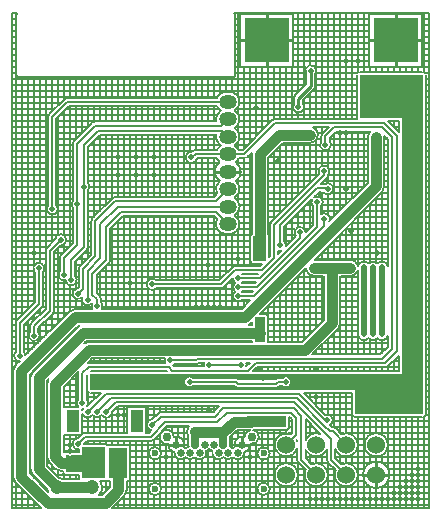
<source format=gbl>
G04*
G04 #@! TF.GenerationSoftware,Altium Limited,Altium Designer,19.1.5 (86)*
G04*
G04 Layer_Physical_Order=2*
G04 Layer_Color=16711680*
%FSLAX25Y25*%
%MOIN*%
G70*
G01*
G75*
%ADD14C,0.00800*%
%ADD16C,0.01000*%
%ADD82C,0.03500*%
%ADD84C,0.02953*%
%ADD85C,0.02362*%
%ADD86C,0.02559*%
%ADD87C,0.04724*%
%ADD88C,0.06000*%
%ADD89C,0.01968*%
%ADD90R,0.05906X0.09843*%
%ADD91R,0.04331X0.07480*%
%ADD92O,0.05906X0.04724*%
%ADD93O,0.04000X0.05000*%
%ADD94C,0.03500*%
%ADD95R,0.15000X0.15000*%
%ADD96C,0.02500*%
%ADD97C,0.02000*%
G36*
X31592Y20881D02*
X31600Y20876D01*
Y10520D01*
X31500Y10500D01*
X23800D01*
Y11680D01*
X23800Y11680D01*
X23800Y11680D01*
Y12700D01*
X18600D01*
X18517Y12717D01*
X18500Y12800D01*
Y18400D01*
X19154D01*
X19421Y18222D01*
X20000Y18106D01*
X20579Y18222D01*
X20846Y18400D01*
X23800D01*
Y20900D01*
X31500D01*
X31592Y20881D01*
D02*
G37*
G36*
X92000Y27670D02*
X80965D01*
X80575Y27592D01*
X80524Y27558D01*
X80472Y27592D01*
X80082Y27670D01*
X79100D01*
Y31200D01*
X92000D01*
Y27670D01*
D02*
G37*
G36*
X85300Y83000D02*
X81100D01*
Y91300D01*
X85300D01*
Y83000D01*
D02*
G37*
G36*
X85000Y55900D02*
X81700Y55900D01*
X81700Y64200D01*
X85000Y64200D01*
X85000Y55900D01*
D02*
G37*
G36*
X137483Y144983D02*
X137500Y144900D01*
Y32100D01*
X137483Y32017D01*
X137400Y32000D01*
X115100D01*
X115017Y32017D01*
X115000Y32100D01*
Y33500D01*
Y33500D01*
Y33500D01*
X115000Y40000D01*
X26800D01*
X26717Y40017D01*
X26700Y40100D01*
X26700Y45200D01*
X81099Y45200D01*
X81099D01*
X129480D01*
D01*
X130500D01*
X130500Y126100D01*
Y126100D01*
Y129480D01*
D01*
Y130500D01*
X116520D01*
X116500Y130600D01*
Y144900D01*
X116517Y144983D01*
X116600Y145000D01*
X137400D01*
X137483Y144983D01*
D02*
G37*
%LPC*%
G36*
X91900Y44213D02*
X91321Y44098D01*
X90830Y43770D01*
X90796Y43720D01*
X89300D01*
X88910Y43642D01*
X88579Y43421D01*
X88293Y43135D01*
X76272D01*
X75987Y43421D01*
X75656Y43642D01*
X75266Y43720D01*
X60904D01*
X60870Y43770D01*
X60379Y44098D01*
X59800Y44213D01*
X59221Y44098D01*
X58730Y43770D01*
X58402Y43279D01*
X58287Y42700D01*
X58402Y42121D01*
X58730Y41630D01*
X59221Y41302D01*
X59800Y41187D01*
X60379Y41302D01*
X60870Y41630D01*
X60904Y41680D01*
X74843D01*
X75129Y41395D01*
X75460Y41174D01*
X75850Y41096D01*
X88716D01*
X89106Y41174D01*
X89437Y41395D01*
X89722Y41680D01*
X90796D01*
X90830Y41630D01*
X91321Y41302D01*
X91900Y41187D01*
X92479Y41302D01*
X92970Y41630D01*
X93298Y42121D01*
X93413Y42700D01*
X93298Y43279D01*
X92970Y43770D01*
X92479Y44098D01*
X91900Y44213D01*
D02*
G37*
%LPD*%
D14*
X124750Y124287D02*
G03*
X124718Y124702I-2750J0D01*
G01*
X119919Y126084D02*
G03*
X119250Y124287I2081J-1798D01*
G01*
X101700Y145260D02*
G03*
X102084Y146400I-1500J1140D01*
G01*
D02*
G03*
X98700Y145260I-1884J0D01*
G01*
X101261Y140140D02*
G03*
X101700Y141200I-1061J1060D01*
G01*
X101261Y140139D02*
G03*
X101700Y141200I-1061J1061D01*
G01*
X102617Y125000D02*
G03*
X101046Y127484I-2750J0D01*
G01*
X104110Y125490D02*
G03*
X103700Y124500I990J-990D01*
G01*
X104110Y125490D02*
G03*
X103700Y124500I990J-990D01*
G01*
X99867Y122250D02*
G03*
X102617Y125000I0J2750D01*
G01*
X106984Y121600D02*
G03*
X106500Y122861I-1884J0D01*
G01*
X123944Y105956D02*
G03*
X124750Y107900I-1945J1945D01*
G01*
X123941Y105952D02*
G03*
X124750Y107900I-1941J1948D01*
G01*
X103700Y122861D02*
G03*
X106984Y121600I1400J-1261D01*
G01*
X106484Y113000D02*
G03*
X103050Y111929I-1884J0D01*
G01*
X106000Y111739D02*
G03*
X106484Y113000I-1400J1261D01*
G01*
X105590Y110510D02*
G03*
X106000Y111500I-990J990D01*
G01*
X105590Y110510D02*
G03*
X106000Y111500I-990J990D01*
G01*
X107684Y107000D02*
G03*
X104780Y108584I-1884J0D01*
G01*
X104360Y105784D02*
G03*
X107684Y107000I1440J1216D01*
G01*
X104184Y102550D02*
G03*
X101352Y104179I-1884J0D01*
G01*
X106402Y96191D02*
G03*
X106584Y97000I-1702J809D01*
G01*
X103700Y101289D02*
G03*
X104184Y102550I-1400J1261D01*
G01*
X106584Y97000D02*
G03*
X103700Y98597I-1884J0D01*
G01*
X100671Y103498D02*
G03*
X100900Y101289I1629J-948D01*
G01*
X95039Y138161D02*
G03*
X94600Y137100I1061J-1061D01*
G01*
X95039Y138160D02*
G03*
X94600Y137100I1061J-1060D01*
G01*
X76453Y136000D02*
G03*
X73090Y139362I-3362J0D01*
G01*
X97984Y134200D02*
G03*
X97600Y135340I-1884J0D01*
G01*
X94600D02*
G03*
X97984Y134200I1500J-1140D01*
G01*
X88384Y130284D02*
G03*
X87394Y129874I0J-1400D01*
G01*
X88384Y130284D02*
G03*
X87394Y129874I0J-1400D01*
G01*
X80492Y119012D02*
G03*
X80450Y118533I2708J-479D01*
G01*
X80492Y119012D02*
G03*
X80450Y118533I2708J-479D01*
G01*
X98484Y92500D02*
G03*
X95200Y91239I-1884J0D01*
G01*
X91847Y87827D02*
G03*
X91884Y88200I-1847J373D01*
G01*
D02*
G03*
X91400Y89461I-1884J0D01*
G01*
X87026Y95906D02*
G03*
X86616Y94916I990J-990D01*
G01*
X87026Y95906D02*
G03*
X86616Y94916I990J-990D01*
G01*
X89416Y86409D02*
G03*
X90373Y86353I584J1791D01*
G01*
X78057Y117157D02*
G03*
X79047Y117567I0J1400D01*
G01*
X78057Y117157D02*
G03*
X79047Y117567I0J1400D01*
G01*
X74780Y133093D02*
G03*
X76453Y136000I-1689J2907D01*
G01*
Y130186D02*
G03*
X74780Y133093I-3362J0D01*
G01*
X76453Y124371D02*
G03*
X74780Y127278I-3362J0D01*
G01*
D02*
G03*
X76453Y130186I-1689J2907D01*
G01*
X74780Y121464D02*
G03*
X76453Y124371I-1689J2907D01*
G01*
X75144Y115895D02*
G03*
X76147Y117157I-2054J2662D01*
G01*
Y119957D02*
G03*
X74780Y121464I-3057J-1400D01*
G01*
X75144Y109591D02*
G03*
X76853Y112743I-2054J3152D01*
G01*
D02*
G03*
X75144Y115895I-3762J0D01*
G01*
X76453Y106929D02*
G03*
X75144Y109591I-3362J0D01*
G01*
X74780Y104021D02*
G03*
X76453Y106929I-1689J2907D01*
G01*
X74780Y98207D02*
G03*
X76453Y101114I-1689J2907D01*
G01*
Y95300D02*
G03*
X74780Y98207I-3362J0D01*
G01*
X76453Y101114D02*
G03*
X74780Y104021I-3362J0D01*
G01*
X73090Y91938D02*
G03*
X76453Y95300I0J3362D01*
G01*
X125800Y81424D02*
G03*
X122400Y82123I-1900J-624D01*
G01*
D02*
G03*
X119400Y82123I-1500J-1323D01*
G01*
X122400Y57177D02*
G03*
X125800Y57876I1500J1323D01*
G01*
X119400Y57177D02*
G03*
X122400Y57177I1500J1323D01*
G01*
X125000Y47500D02*
G03*
X125990Y47910I0J1400D01*
G01*
X125000Y47500D02*
G03*
X125990Y47910I0J1400D01*
G01*
X119400Y82123D02*
G03*
X115974Y81340I-1500J-1323D01*
G01*
X115974D02*
G03*
X113300Y83450I-2674J-640D01*
G01*
Y77950D02*
G03*
X115900Y79804I0J2750D01*
G01*
Y58500D02*
G03*
X119400Y57177I2000J0D01*
G01*
X109245Y60291D02*
G03*
X110050Y62235I-1945J1945D01*
G01*
X109241Y60287D02*
G03*
X110050Y62235I-1941J1948D01*
G01*
X125900Y21665D02*
G03*
X125900Y21665I-3900J0D01*
G01*
X126400Y11665D02*
G03*
X126400Y11665I-4400J0D01*
G01*
X115900Y21665D02*
G03*
X110416Y25229I-3900J0D01*
G01*
X108400Y20165D02*
G03*
X115900Y21665I3600J1500D01*
G01*
X108465Y27180D02*
G03*
X107475Y27590I-990J-990D01*
G01*
X107584Y30000D02*
G03*
X105095Y31785I-1884J0D01*
G01*
X106477Y28283D02*
G03*
X107584Y30000I-777J1717D01*
G01*
X108465Y27180D02*
G03*
X107475Y27590I-990J-990D01*
G01*
X115900Y11665D02*
G03*
X110416Y15229I-3900J0D01*
G01*
X108436Y13249D02*
G03*
X115900Y11665I3564J-1584D01*
G01*
X105600Y16665D02*
G03*
X106010Y15675I1400J0D01*
G01*
X105600Y16665D02*
G03*
X106010Y15675I1400J0D01*
G01*
X98500Y19945D02*
G03*
X105600Y20165I3500J1720D01*
G01*
X105900Y11665D02*
G03*
X100416Y15229I-3900J0D01*
G01*
X98436Y13249D02*
G03*
X105900Y11665I3564J-1584D01*
G01*
X98553Y80564D02*
G03*
X101300Y77950I2747J136D01*
G01*
X75100Y81400D02*
G03*
X74110Y80990I0J-1400D01*
G01*
X74217Y77137D02*
G03*
X74930Y75723I1883J63D01*
G01*
X75100Y81400D02*
G03*
X74110Y80990I0J-1400D01*
G01*
X74930Y75723D02*
G03*
X74930Y72768I1170J-1477D01*
G01*
X79639Y61783D02*
G03*
X80214Y62225I-1374J2382D01*
G01*
X74930Y72768D02*
G03*
X77361Y69891I1170J-1477D01*
G01*
X79639Y61783D02*
G03*
X80210Y62221I-1374J2382D01*
G01*
X78784Y48400D02*
G03*
X78686Y49000I-1884J0D01*
G01*
X78691Y47816D02*
G03*
X78784Y48400I-1791J584D01*
G01*
X93584Y25229D02*
G03*
X95700Y20433I-1584J-3564D01*
G01*
X103266Y25354D02*
G03*
X98500Y23386I-1266J-3689D01*
G01*
X95700Y22898D02*
G03*
X95564Y23249I-3700J-1233D01*
G01*
X95700Y16565D02*
G03*
X96110Y15575I1400J0D01*
G01*
X95700Y16565D02*
G03*
X96110Y15575I1400J0D01*
G01*
X95900Y11665D02*
G03*
X95900Y11665I-3900J0D01*
G01*
X82900Y24315D02*
G03*
X81015Y26640I-2376J0D01*
G01*
X82900Y24315D02*
G03*
X81015Y26640I-2376J0D01*
G01*
X80032D02*
G03*
X78147Y24321I491J-2325D01*
G01*
X80044Y21988D02*
G03*
X82900Y24315I480J2327D01*
G01*
X80044Y21988D02*
G03*
X82900Y24315I480J2327D01*
G01*
X80032Y26640D02*
G03*
X78147Y24321I491J-2325D01*
G01*
D02*
G03*
X74819Y20947I-773J-2565D01*
G01*
X73228Y21102D02*
G03*
X73325Y21756I-2153J654D01*
G01*
X86542Y18803D02*
G03*
X86542Y18803I-2081J0D01*
G01*
D02*
G03*
X86542Y18803I-2081J0D01*
G01*
Y6992D02*
G03*
X86542Y6992I-2081J0D01*
G01*
D02*
G03*
X86542Y6992I-2081J0D01*
G01*
X77974Y19144D02*
G03*
X80054Y21756I-600J2612D01*
G01*
X74819Y20947D02*
G03*
X74224Y20507I980J-1947D01*
G01*
X74224D02*
G03*
X73228Y21102I-1575J-1507D01*
G01*
X74224Y17493D02*
G03*
X77979Y19000I1575J1507D01*
G01*
X71909Y139362D02*
G03*
X68853Y137400I0J-3362D01*
G01*
X70220Y133093D02*
G03*
X68618Y129500I1689J-2907D01*
G01*
X68853Y134600D02*
G03*
X70220Y133093I3057J1400D01*
G01*
X68607Y125000D02*
G03*
X70220Y121464I3303J-629D01*
G01*
D02*
G03*
X68853Y119957I1689J-2907D01*
G01*
X28300Y129500D02*
G03*
X27310Y129090I0J-1400D01*
G01*
X28300Y129500D02*
G03*
X27310Y129090I0J-1400D01*
G01*
X68853Y117157D02*
G03*
X69856Y115895I3057J1400D01*
G01*
Y109591D02*
G03*
X68941Y105350I2054J-2662D01*
G01*
X69856Y115895D02*
G03*
X69856Y109591I2054J-3152D01*
G01*
X68941Y96879D02*
G03*
X71909Y91938I2968J-1579D01*
G01*
X61773Y119957D02*
G03*
X60783Y119547I0J-1400D01*
G01*
X61773Y119957D02*
G03*
X60783Y119547I0J-1400D01*
G01*
X60609Y119373D02*
G03*
X62224Y117028I-209J-1873D01*
G01*
X35100Y104300D02*
G03*
X34110Y103890I0J-1400D01*
G01*
X35100Y104300D02*
G03*
X34110Y103890I0J-1400D01*
G01*
X70300Y73800D02*
G03*
X71290Y74210I0J1400D01*
G01*
X70300Y73800D02*
G03*
X71290Y74210I0J1400D01*
G01*
X48619Y76600D02*
G03*
X48619Y73800I-1261J-1400D01*
G01*
X25900Y106491D02*
G03*
X26384Y107752I-1400J1261D01*
G01*
D02*
G03*
X25900Y109013I-1884J0D01*
G01*
X27410Y97190D02*
G03*
X27000Y96200I990J-990D01*
G01*
X27410Y97190D02*
G03*
X27000Y96200I990J-990D01*
G01*
X25490Y86510D02*
G03*
X25900Y87500I-990J990D01*
G01*
X25490Y86510D02*
G03*
X25900Y87500I-990J990D01*
G01*
X32890Y82210D02*
G03*
X33300Y83200I-990J990D01*
G01*
X32890Y82210D02*
G03*
X33300Y83200I-990J990D01*
G01*
X30809Y68000D02*
G03*
X30325Y69261I-1884J0D01*
G01*
Y70156D02*
G03*
X29915Y71146I-1400J0D01*
G01*
X30325Y70156D02*
G03*
X29915Y71146I-1400J0D01*
G01*
X24059Y70776D02*
G03*
X27208Y68776I1717J-776D01*
G01*
X19100Y137400D02*
G03*
X18110Y136990I0J-1400D01*
G01*
X19100Y137400D02*
G03*
X18110Y136990I0J-1400D01*
G01*
X13010Y131890D02*
G03*
X12600Y130900I990J-990D01*
G01*
X13010Y131890D02*
G03*
X12600Y130900I990J-990D01*
G01*
X21310Y123090D02*
G03*
X20900Y122100I990J-990D01*
G01*
X21310Y123090D02*
G03*
X20900Y122100I990J-990D01*
G01*
Y103108D02*
G03*
X20900Y100585I1400J-1261D01*
G01*
X15884Y100251D02*
G03*
X15400Y101512I-1884J0D01*
G01*
X18720Y90035D02*
G03*
X14954Y90134I-1884J0D01*
G01*
X16934Y88154D02*
G03*
X18720Y90035I-98J1882D01*
G01*
X23210Y81290D02*
G03*
X22800Y80300I990J-990D01*
G01*
X23210Y81290D02*
G03*
X22800Y80300I990J-990D01*
G01*
X22184Y76700D02*
G03*
X21700Y77961I-1884J0D01*
G01*
X22528Y73882D02*
G03*
X24058Y70776I98J-1882D01*
G01*
X18430Y76466D02*
G03*
X22184Y76700I1870J234D01*
G01*
X17010Y85090D02*
G03*
X16600Y84100I990J-990D01*
G01*
X17010Y85090D02*
G03*
X16600Y84100I990J-990D01*
G01*
Y79561D02*
G03*
X18430Y76466I1400J-1261D01*
G01*
X12600Y101512D02*
G03*
X15884Y100251I1400J-1261D01*
G01*
X12210Y87390D02*
G03*
X11800Y86400I990J-990D01*
G01*
X12210Y87390D02*
G03*
X11800Y86400I990J-990D01*
G01*
X11434Y80525D02*
G03*
X8149Y79264I-1884J0D01*
G01*
X10949D02*
G03*
X11434Y80525I-1400J1261D01*
G01*
X10539Y67559D02*
G03*
X10949Y68549I-990J990D01*
G01*
X10539Y67559D02*
G03*
X10949Y68549I-990J990D01*
G01*
X64614Y49000D02*
G03*
X64609Y47816I1786J-600D01*
G01*
X61900Y48500D02*
G03*
X62890Y48910I0J1400D01*
G01*
X61900Y48500D02*
G03*
X62890Y48910I0J1400D01*
G01*
X54254Y48220D02*
G03*
X54661Y48500I-854J1680D01*
G01*
X51609Y50484D02*
G03*
X51694Y49100I1791J-584D01*
G01*
X59547Y27800D02*
G03*
X59376Y24419I2079J-1800D01*
G01*
X59547Y27800D02*
G03*
X59376Y24419I2079J-1800D01*
G01*
X50129Y32500D02*
G03*
X49139Y32090I0J-1400D01*
G01*
X50129Y32500D02*
G03*
X49139Y32090I0J-1400D01*
G01*
X30466Y66916D02*
G03*
X30809Y68000I-1541J1084D01*
G01*
X47331Y30282D02*
G03*
X47070Y26550I98J-1882D01*
G01*
X30500Y31565D02*
G03*
X33957Y32502I1575J1035D01*
G01*
X27350Y31565D02*
G03*
X30500Y31565I1575J1035D01*
G01*
X59376Y21756D02*
G03*
X59473Y21102I2250J0D01*
G01*
X57881Y20947D02*
G03*
X58006Y21756I-2554J809D01*
G01*
D02*
G03*
X54554Y24321I-2679J0D01*
G01*
X66350Y20249D02*
G03*
X67416Y19637I1575J1507D01*
G01*
X65285D02*
G03*
X66350Y20249I-510J2119D01*
G01*
X59473Y21102D02*
G03*
X58476Y20507I578J-2101D01*
G01*
X58476D02*
G03*
X57881Y20947I-1575J-1507D01*
G01*
X54554Y24321D02*
G03*
X52657Y21988I-2376J-7D01*
G01*
X54554Y24321D02*
G03*
X52657Y21988I-2376J-7D01*
G01*
X46800Y22900D02*
G03*
X47790Y23310I0J1400D01*
G01*
X46800Y22900D02*
G03*
X47790Y23310I0J1400D01*
G01*
X71075Y17493D02*
G03*
X74224Y17493I1575J1507D01*
G01*
X67416Y19637D02*
G03*
X71075Y17493I2084J-637D01*
G01*
X65380Y19000D02*
G03*
X65285Y19637I-2180J0D01*
G01*
X61626Y17493D02*
G03*
X65380Y19000I1575J1507D01*
G01*
X58476Y17493D02*
G03*
X61626Y17493I1575J1507D01*
G01*
X52657Y21988D02*
G03*
X54727Y19144I2670J-232D01*
G01*
D02*
G03*
X58476Y17493I2175J-144D01*
G01*
X50321Y18803D02*
G03*
X50321Y18803I-2081J0D01*
G01*
D02*
G03*
X50321Y18803I-2081J0D01*
G01*
Y6992D02*
G03*
X50321Y6992I-2081J0D01*
G01*
D02*
G03*
X50321Y6992I-2081J0D01*
G01*
X37968Y4579D02*
G03*
X38778Y6528I-1941J1948D01*
G01*
X37972Y4583D02*
G03*
X38778Y6528I-1945J1945D01*
G01*
X30668Y7500D02*
G03*
X29998Y9480I-3262J0D01*
G01*
X29559Y5050D02*
G03*
X30668Y7500I-2154J2450D01*
G01*
X27208Y68776D02*
G03*
X27384Y66916I1717J-776D01*
G01*
X22960Y61416D02*
G03*
X22389Y60978I1374J-2382D01*
G01*
X21666Y66916D02*
G03*
X19721Y66110I0J-2750D01*
G01*
X22960Y61416D02*
G03*
X22385Y60974I1374J-2382D01*
G01*
X21666Y66916D02*
G03*
X19717Y66106I0J-2750D01*
G01*
X14190Y65410D02*
G03*
X14600Y66400I-990J990D01*
G01*
X14190Y65410D02*
G03*
X14600Y66400I-990J990D01*
G01*
X26300Y49100D02*
G03*
X25943Y49054I0J-1400D01*
G01*
X26234Y55984D02*
G03*
X24717Y55528I0J-2750D01*
G01*
X26234Y55984D02*
G03*
X24717Y55528I0J-2750D01*
G01*
X26300Y49100D02*
G03*
X25943Y49054I0J-1400D01*
G01*
X22746Y45857D02*
G03*
X22700Y45500I1354J-357D01*
G01*
X22746Y45857D02*
G03*
X22700Y45500I1354J-357D01*
G01*
X12807Y43617D02*
G03*
X12350Y42100I2293J-1517D01*
G01*
X12807Y43617D02*
G03*
X12350Y42100I2293J-1517D01*
G01*
X7010Y62190D02*
G03*
X6600Y61200I990J-990D01*
G01*
X9884Y58100D02*
G03*
X9400Y59361I-1884J0D01*
G01*
X7010Y62190D02*
G03*
X6600Y61200I990J-990D01*
G01*
Y59361D02*
G03*
X9884Y58100I1400J-1261D01*
G01*
X2210Y63190D02*
G03*
X1800Y62200I990J-990D01*
G01*
X2210Y63190D02*
G03*
X1800Y62200I990J-990D01*
G01*
X5083Y51472D02*
G03*
X4600Y52661I-1883J-72D01*
G01*
X7559Y46148D02*
G03*
X6750Y44200I1941J-1948D01*
G01*
X7555Y46145D02*
G03*
X6750Y44200I1945J-1945D01*
G01*
X1800Y52661D02*
G03*
X3128Y49517I1400J-1261D01*
G01*
X1759Y48148D02*
G03*
X950Y46200I1941J-1948D01*
G01*
X1756Y48145D02*
G03*
X950Y46200I1945J-1945D01*
G01*
X25984Y35600D02*
G03*
X25500Y36861I-1884J0D01*
G01*
X25613Y34477D02*
G03*
X25984Y35600I-1513J1123D01*
G01*
X24035Y31877D02*
G03*
X27350Y31565I1740J723D01*
G01*
X24926Y25700D02*
G03*
X24035Y25380I0J-1400D01*
G01*
X24262Y33723D02*
G03*
X24035Y33323I1513J-1123D01*
G01*
X24926Y25700D02*
G03*
X24035Y25380I0J-1400D01*
G01*
X22700Y36861D02*
G03*
X22608Y34449I1400J-1261D01*
G01*
X22528Y23882D02*
G03*
X22780Y20122I98J-1882D01*
G01*
X17349Y10250D02*
G03*
X16298Y10685I-1755J-2750D01*
G01*
X12350Y17500D02*
G03*
X13159Y15552I2750J0D01*
G01*
X12350Y17500D02*
G03*
X13156Y15555I2750J0D01*
G01*
X14952Y13759D02*
G03*
X16900Y12950I1948J1941D01*
G01*
X14955Y13756D02*
G03*
X16900Y12950I1945J1945D01*
G01*
X6750Y13595D02*
G03*
X7555Y11650I2750J0D01*
G01*
X6750Y13595D02*
G03*
X7559Y11646I2750J0D01*
G01*
X12409Y6796D02*
G03*
X12707Y5982I3185J704D01*
G01*
X950Y11100D02*
G03*
X1756Y9155I2750J0D01*
G01*
X950Y11100D02*
G03*
X1759Y9152I2750J0D01*
G01*
X137400Y161500D02*
X139500D01*
X137400Y163500D02*
X139500D01*
X137400Y157500D02*
X139500D01*
X137400Y147600D02*
Y165400D01*
Y159500D02*
X139500D01*
X119600Y165400D02*
X137400D01*
Y153500D02*
X139500D01*
X137400Y155500D02*
X139500D01*
X137400Y151500D02*
X139500D01*
X137400Y149500D02*
X139500D01*
X119600Y147600D02*
X137400D01*
X116600Y146020D02*
X137400D01*
X132000D02*
Y147600D01*
X130000Y146020D02*
Y147600D01*
X119600D02*
Y165400D01*
X118000Y146020D02*
Y165500D01*
X134000Y146020D02*
Y147600D01*
X128000Y146020D02*
Y147600D01*
X136000Y146020D02*
Y147600D01*
X122000Y146020D02*
Y147600D01*
X120000Y146020D02*
Y147600D01*
X124000Y146020D02*
Y147600D01*
X138520Y141500D02*
X139500D01*
X138520Y143500D02*
X139500D01*
X138520Y137500D02*
X139500D01*
X138520Y139500D02*
X139500D01*
X138050Y145831D02*
X138331Y145550D01*
X138000Y145852D02*
Y165500D01*
X138352Y145500D02*
X139500D01*
X138520Y127500D02*
X139500D01*
X138520Y129500D02*
X139500D01*
X138520Y125500D02*
X139500D01*
X138520Y133500D02*
X139500D01*
X138520Y135500D02*
X139500D01*
X138520Y131500D02*
X139500D01*
X126100Y129480D02*
X129480D01*
X128000Y127580D02*
Y129480D01*
X129480Y126100D02*
Y129480D01*
X128080Y127500D02*
X129480D01*
X126000Y146020D02*
Y147600D01*
X116000Y145852D02*
Y165500D01*
X126100Y129480D02*
X129480Y126100D01*
X124718Y124702D02*
X125800Y123620D01*
X124750Y122247D02*
Y124287D01*
X118000Y107789D02*
Y126084D01*
X116000Y105789D02*
Y126084D01*
X94400Y157500D02*
X119600D01*
X94400Y159500D02*
X119600D01*
X94400Y153500D02*
X119600D01*
X94400Y155500D02*
X119600D01*
X74694Y165500D02*
X139500D01*
X94400Y163500D02*
X119600D01*
X94400Y161500D02*
X119600D01*
X101730Y147500D02*
X139500D01*
X115669Y145550D02*
X115950Y145831D01*
X101855Y145500D02*
X115648D01*
X94400Y149500D02*
X119600D01*
X94400Y151500D02*
X119600D01*
X97849Y133500D02*
X115480D01*
X102000Y146957D02*
Y165500D01*
X101700Y141500D02*
X115480D01*
X101700Y141200D02*
Y145260D01*
Y143500D02*
X115480D01*
X100621Y139500D02*
X115480D01*
X98621Y137500D02*
X115480D01*
X97600Y135500D02*
X115480D01*
X97600Y136479D02*
X101260Y140139D01*
X76185Y131500D02*
X115480D01*
Y130600D02*
Y144900D01*
X114000Y130284D02*
Y165500D01*
X112000Y130284D02*
Y165500D01*
X110000Y130284D02*
Y165500D01*
X88384Y130284D02*
X115527D01*
X108000D02*
Y165500D01*
X108664Y126084D02*
X119919D01*
X114000Y103789D02*
Y126084D01*
X112000Y101789D02*
Y126084D01*
X110000Y99789D02*
Y126084D01*
X108080Y125500D02*
X119532D01*
X106500Y123920D02*
X108664Y126084D01*
X108000Y97789D02*
Y125420D01*
X106000Y130284D02*
Y165500D01*
X104000Y130284D02*
Y165500D01*
Y125366D02*
Y127484D01*
X102000Y130284D02*
Y145843D01*
X101046Y127484D02*
X106104D01*
X102000Y126735D02*
Y127484D01*
X104110Y125490D02*
X106104Y127484D01*
X102571Y125500D02*
X104120D01*
X103700Y122861D02*
Y124500D01*
X138520Y121500D02*
X139500D01*
X138520Y123500D02*
X139500D01*
X138520Y117500D02*
X139500D01*
X138520Y119500D02*
X139500D01*
X124750Y121500D02*
X125800D01*
X124750Y123500D02*
X125800D01*
X124750Y119500D02*
X125800D01*
X138520Y113500D02*
X139500D01*
X138520Y115500D02*
X139500D01*
X138520Y109500D02*
X139500D01*
X124750Y111500D02*
X125800D01*
X124750Y113500D02*
X125800D01*
X138520Y111500D02*
X139500D01*
X124750Y120207D02*
Y122247D01*
X119250D02*
Y124287D01*
X124750Y118167D02*
Y120207D01*
X119250D02*
Y122247D01*
X106500Y123500D02*
X119250D01*
X106982Y121500D02*
X119250D01*
X124750Y109500D02*
X125800D01*
X124750Y117500D02*
X125800D01*
X124750Y107900D02*
Y118167D01*
Y115500D02*
X125800D01*
X119250Y118167D02*
Y120207D01*
Y109039D02*
Y118167D01*
X138520Y105500D02*
X139500D01*
X138520Y107500D02*
X139500D01*
X138520Y101500D02*
X139500D01*
X138520Y103500D02*
X139500D01*
X119489Y101500D02*
X125800D01*
X123489Y105500D02*
X125800D01*
X138520Y99500D02*
X139500D01*
X138520Y89500D02*
X139500D01*
X138520Y91500D02*
X139500D01*
X138520Y87500D02*
X139500D01*
X138520Y95500D02*
X139500D01*
X138520Y97500D02*
X139500D01*
X138520Y93500D02*
X139500D01*
X124721Y107500D02*
X125800D01*
X121489Y103500D02*
X125800D01*
X107617Y107500D02*
X117711D01*
X106940Y105500D02*
X115711D01*
X117489Y99500D02*
X125800D01*
X113489Y95500D02*
X125800D01*
X115489Y97500D02*
X125800D01*
X111489Y93500D02*
X125800D01*
X109489Y91500D02*
X125800D01*
X106517Y97500D02*
X107711D01*
X107489Y89500D02*
X125800D01*
X106500Y122861D02*
Y123920D01*
X106417Y113500D02*
X119250D01*
X86056Y117500D02*
X119250D01*
X88056Y119500D02*
X119250D01*
X85950Y115500D02*
X119250D01*
X106000Y111500D02*
X119250D01*
X104580Y109500D02*
X119250D01*
X104000Y114786D02*
Y120070D01*
X102172Y123500D02*
X103700D01*
X106000Y108874D02*
Y111739D01*
Y114261D02*
Y119945D01*
X90056Y121500D02*
X103218D01*
X85950Y113500D02*
X102783D01*
X102000Y110880D02*
Y123265D01*
X103664Y108584D02*
X105590Y110510D01*
X103664Y108584D02*
X104780D01*
X104000D02*
Y108920D01*
X85950Y111500D02*
X102620D01*
X85950Y109500D02*
X100620D01*
X102958Y105784D02*
X104360D01*
X104000Y103363D02*
Y105784D01*
X106402Y96191D02*
X119250Y109039D01*
X106000Y98364D02*
Y105126D01*
X103927Y103500D02*
X113711D01*
X102674Y105500D02*
X104660D01*
X103865Y101500D02*
X111711D01*
X105489Y87500D02*
X125800D01*
X103700Y99500D02*
X109711D01*
X101352Y104179D02*
X102958Y105784D01*
X102000Y104410D02*
Y104826D01*
X104000Y98749D02*
Y101737D01*
X87026Y95906D02*
X103050Y111929D01*
X98674Y101500D02*
X100735D01*
X91400Y94226D02*
X100671Y103498D01*
X103700Y98597D02*
Y101289D01*
X100900Y94880D02*
Y101289D01*
X98484Y92464D02*
X100900Y94880D01*
X94674Y97500D02*
X100900D01*
X96674Y99500D02*
X100900D01*
X92674Y95500D02*
X100900D01*
X76600Y165400D02*
X94400D01*
X100000Y148274D02*
Y165500D01*
X94400Y147600D02*
Y165400D01*
X74953Y159500D02*
X76600D01*
X74953Y161500D02*
X76600D01*
X74953Y157500D02*
X76600D01*
X74953Y147500D02*
X98670D01*
X76600Y147600D02*
X94400D01*
X74953Y145500D02*
X98545D01*
X76600Y147600D02*
Y165400D01*
X74953Y145153D02*
Y164839D01*
Y145153D02*
Y164839D01*
Y145153D02*
Y164839D01*
X74875Y165229D02*
X74953Y164839D01*
X74875Y165229D02*
X74953Y164839D01*
X74875Y165229D02*
X74953Y164839D01*
Y151500D02*
X76600D01*
X74953Y153500D02*
X76600D01*
X74953Y149500D02*
X76600D01*
X74953Y155500D02*
X76600D01*
X74953Y163500D02*
X76600D01*
X74953Y145153D02*
Y164839D01*
X98700Y141821D02*
Y145260D01*
X98000Y141121D02*
Y165500D01*
X95040Y138161D02*
X98700Y141821D01*
X96000Y139121D02*
Y165500D01*
X92000Y130284D02*
Y147600D01*
X90000Y130284D02*
Y147600D01*
X94000Y130284D02*
Y147600D01*
X98000Y130284D02*
Y136879D01*
X100000Y130284D02*
Y138879D01*
X76100Y137500D02*
X94654D01*
X94600Y135340D02*
Y137100D01*
X74953Y145153D02*
Y164839D01*
Y145153D02*
Y164839D01*
X84000Y126480D02*
Y147600D01*
X76000Y137685D02*
Y165500D01*
X74953Y145153D02*
Y164839D01*
Y145153D02*
Y164839D01*
Y145153D02*
Y164839D01*
X88000Y130230D02*
Y147600D01*
X86000Y128480D02*
Y147600D01*
X82000Y124480D02*
Y147600D01*
X80000Y122480D02*
Y147600D01*
X74875Y144763D02*
X74953Y145153D01*
X78000Y120480D02*
Y147600D01*
X74875Y165229D02*
X74953Y164839D01*
X74875Y165229D02*
X74953Y164839D01*
X74875Y144763D02*
X74953Y145153D01*
X74875Y165229D02*
X74953Y164839D01*
X74875Y165229D02*
X74953Y164839D01*
X74875Y165229D02*
X74953Y164839D01*
X74875Y165229D02*
X74953Y164839D01*
X74875Y144763D02*
X74953Y145153D01*
X74875Y144763D02*
X74953Y145153D01*
X74875Y144763D02*
X74953Y145153D01*
X74875Y144763D02*
X74953Y145153D01*
X74875Y144763D02*
X74953Y145153D01*
X74875Y144763D02*
X74953Y145153D01*
X74694Y165500D02*
X74875Y165229D01*
X74694Y165500D02*
X74875Y165229D01*
X74694Y165500D02*
X74875Y165229D01*
X74694Y165500D02*
X74875Y165229D01*
X74694Y165500D02*
X74875Y165229D01*
X74694Y165500D02*
X74875Y165229D01*
X74694Y165500D02*
X74875Y165229D01*
X74694Y165500D02*
X74875Y165229D01*
X74694Y165500D02*
X74875Y165229D01*
Y144763D02*
X74953Y145153D01*
X74654Y144433D02*
X74875Y144763D01*
X74654Y144433D02*
X74875Y144763D01*
X74654Y144433D02*
X74875Y144763D01*
X74654Y144433D02*
X74875Y144763D01*
X74654Y144433D02*
X74875Y144763D01*
X74654Y144433D02*
X74875Y144763D01*
X74654Y144433D02*
X74875Y144763D01*
X74654Y144433D02*
X74875Y144763D01*
X74654Y144433D02*
X74875Y144763D01*
X74323Y144212D02*
X74654Y144433D01*
X74323Y144212D02*
X74654Y144433D01*
X74323Y144212D02*
X74654Y144433D01*
X74323Y144212D02*
X74654Y144433D01*
X74323Y144212D02*
X74654Y144433D01*
X74323Y144212D02*
X74654Y144433D01*
X74323Y144212D02*
X74654Y144433D01*
X74323Y144212D02*
X74654Y144433D01*
X74323Y144212D02*
X74654Y144433D01*
X73933Y144134D02*
X74323Y144212D01*
X73933Y144134D02*
X74323Y144212D01*
X73933Y144134D02*
X74323Y144212D01*
X73933Y144134D02*
X74323Y144212D01*
X73933Y144134D02*
X74323Y144212D01*
X73933Y144134D02*
X74323Y144212D01*
X74000Y139237D02*
Y144147D01*
X73933Y144134D02*
X74323Y144212D01*
X73933Y144134D02*
X74323Y144212D01*
X73933Y144134D02*
X74323Y144212D01*
X97827Y122250D02*
X99867D01*
X100000Y108880D02*
Y122253D01*
X98000Y106880D02*
Y122250D01*
X97600Y135340D02*
Y136479D01*
X96000Y130284D02*
Y132318D01*
X95787Y122250D02*
X97827D01*
X93747D02*
X95787D01*
X96000Y104880D02*
Y122250D01*
X85950Y107500D02*
X98620D01*
X85950Y105500D02*
X96620D01*
X85950Y103500D02*
X94620D01*
X91707Y122250D02*
X93747D01*
X90806D02*
X91707D01*
X94000Y102880D02*
Y122250D01*
X92000Y100880D02*
Y122250D01*
X85950Y117394D02*
X90806Y122250D01*
X85950Y101500D02*
X92620D01*
X90000Y98880D02*
Y121444D01*
X85950Y97500D02*
X88620D01*
X85950Y99500D02*
X90620D01*
X100000Y93980D02*
Y102826D01*
X96000Y94286D02*
Y98826D01*
X98197Y93500D02*
X99520D01*
X98000Y93761D02*
Y100826D01*
X94000Y89980D02*
Y96826D01*
X92000Y87980D02*
Y94826D01*
X91400Y91500D02*
X95003D01*
X91847Y87827D02*
X95200Y91180D01*
X91400Y93500D02*
X95003D01*
X91400Y89500D02*
X93520D01*
X88000Y96880D02*
Y119444D01*
X91400Y89461D02*
Y94226D01*
X85950Y95500D02*
X86743D01*
X85950Y92068D02*
Y117394D01*
X86000Y92035D02*
Y117444D01*
X86280Y91500D02*
X86616D01*
X90000Y85980D02*
Y86316D01*
X85950Y93500D02*
X86616D01*
X86021Y92021D02*
X86242Y91690D01*
X86320Y91300D01*
X76415Y135500D02*
X94600D01*
X76382Y129500D02*
X87020D01*
X77477Y119957D02*
X87394Y129874D01*
X76338Y123500D02*
X81020D01*
X75339Y133500D02*
X94351D01*
X75113Y127500D02*
X85020D01*
X76258Y125500D02*
X83020D01*
X79047Y117567D02*
X80492Y119012D01*
X78975Y117500D02*
X80450D01*
X74840Y121500D02*
X79020D01*
X75650Y115500D02*
X80450D01*
X76000Y131871D02*
Y134315D01*
Y126057D02*
Y128501D01*
X76147Y119957D02*
X77477D01*
X76000Y120242D02*
Y122686D01*
X76147Y117157D02*
X78057D01*
X76000Y115128D02*
Y116872D01*
X76641Y111500D02*
X80450D01*
X76776Y113500D02*
X80450D01*
Y92068D02*
Y118533D01*
X76404Y107500D02*
X80450D01*
X76134Y105500D02*
X80450D01*
X75257Y109500D02*
X80450D01*
X75460Y103500D02*
X80450D01*
X76447Y95500D02*
X80450D01*
X76431Y101500D02*
X80450D01*
X80158Y91690D02*
X80379Y92021D01*
X75633Y97500D02*
X80450D01*
X76040Y99500D02*
X80450D01*
X75930Y93500D02*
X80450D01*
X76000Y102799D02*
Y105244D01*
Y108614D02*
Y110358D01*
Y96985D02*
Y99429D01*
X80080Y91300D02*
X80158Y91690D01*
X138520Y77500D02*
X139500D01*
X138520Y79500D02*
X139500D01*
X138520Y73500D02*
X139500D01*
X138520Y75500D02*
X139500D01*
X138520Y83500D02*
X139500D01*
X138520Y85500D02*
X139500D01*
X138520Y81500D02*
X139500D01*
X138520Y57500D02*
X139500D01*
X138520Y59500D02*
X139500D01*
X138520Y55500D02*
X139500D01*
X138520Y69500D02*
X139500D01*
X138520Y71500D02*
X139500D01*
X138520Y67500D02*
X139500D01*
X124000Y82797D02*
Y106012D01*
X122000Y82470D02*
Y104011D01*
X125800Y81424D02*
Y123620D01*
X120000Y82586D02*
Y102011D01*
X118000Y82797D02*
Y100011D01*
X138520Y63500D02*
X139500D01*
X138520Y65500D02*
X139500D01*
X138520Y61500D02*
X139500D01*
X125800Y54180D02*
Y57876D01*
X138520Y51500D02*
X139500D01*
X138520Y53500D02*
X139500D01*
Y500D02*
Y165500D01*
X138520Y32100D02*
Y144900D01*
X125990Y47910D02*
X129480Y51401D01*
X128000Y46220D02*
Y49920D01*
X129480Y46220D02*
Y51401D01*
X138520Y47500D02*
X139500D01*
X138520Y49500D02*
X139500D01*
X138520Y45500D02*
X139500D01*
X125000Y47500D02*
X129480D01*
X127580Y49500D02*
X129480D01*
X138520Y43500D02*
X139500D01*
X124000Y52380D02*
Y56502D01*
X122000Y51800D02*
Y56830D01*
X126000Y46220D02*
Y47920D01*
X123420Y51800D02*
X125800Y54180D01*
X118000Y51800D02*
Y56502D01*
X116000Y51800D02*
Y57876D01*
X120000Y51800D02*
Y56714D01*
X124000Y46220D02*
Y47500D01*
X120000Y46220D02*
Y47500D01*
X118000Y46220D02*
Y47500D01*
X122000Y46220D02*
Y47500D01*
X116000Y81424D02*
Y98011D01*
X115900Y78400D02*
Y79804D01*
X101489Y83500D02*
X125800D01*
X103489Y85500D02*
X125800D01*
X101439Y83450D02*
X123941Y105952D01*
X110050Y65500D02*
X115900D01*
X110050Y67500D02*
X115900D01*
X110050Y63500D02*
X115900D01*
X110050Y71500D02*
X115900D01*
X110050Y75500D02*
X115900D01*
X110050Y69500D02*
X115900D01*
X110300Y83450D02*
X113300D01*
X110000D02*
Y92011D01*
X114000Y83359D02*
Y96011D01*
X112000Y83450D02*
Y94011D01*
X104300Y83450D02*
X107300D01*
X106000D02*
Y88011D01*
X108000Y83450D02*
Y90011D01*
X110300Y77950D02*
X113300D01*
X110050Y62235D02*
Y77950D01*
Y77500D02*
X115900D01*
X107300Y83450D02*
X110300D01*
X110050Y73500D02*
X115900D01*
Y60900D02*
Y78400D01*
X109950Y61500D02*
X115900D01*
Y58500D02*
Y60900D01*
X106454Y57500D02*
X116168D01*
X108454Y59500D02*
X115900D01*
X104454Y55500D02*
X125800D01*
X102454Y53500D02*
X125120D01*
X100754Y51800D02*
X123420D01*
X116000Y46220D02*
Y47500D01*
X82380D02*
X125000D01*
X82380D02*
X125000D01*
X81099Y46220D02*
X129480D01*
X110000Y51800D02*
Y61713D01*
X114000Y51800D02*
Y78041D01*
X112000Y51800D02*
Y77950D01*
X108000Y51800D02*
Y59046D01*
X100754Y51800D02*
X109241Y60287D01*
X112000Y46220D02*
Y47500D01*
X110000Y46220D02*
Y47500D01*
X114000Y46220D02*
Y47500D01*
X108000Y46220D02*
Y47500D01*
X106000Y51800D02*
Y57046D01*
Y46220D02*
Y47500D01*
X138520Y39500D02*
X139500D01*
X138520Y41500D02*
X139500D01*
X138520Y35500D02*
X139500D01*
X138520Y37500D02*
X139500D01*
X138352Y31500D02*
X139500D01*
X138520Y33500D02*
X139500D01*
X138050Y31169D02*
X138331Y31450D01*
X125897Y21500D02*
X139500D01*
X125442Y23500D02*
X139500D01*
X125999Y13500D02*
X139500D01*
X125244Y19500D02*
X139500D01*
X122711Y25500D02*
X139500D01*
X124158Y15500D02*
X139500D01*
X122000Y25565D02*
Y30980D01*
X120000Y25014D02*
Y30980D01*
X124000Y25014D02*
Y30980D01*
X115100D02*
X137400D01*
X114169Y31450D02*
X114450Y31169D01*
X114000Y25014D02*
Y31901D01*
X122000Y16065D02*
Y17765D01*
X120000Y15585D02*
Y18317D01*
X124000Y15585D02*
Y18317D01*
X115442Y23500D02*
X118559D01*
X115896Y21500D02*
X118104D01*
X115244Y19500D02*
X118756D01*
X134000Y500D02*
Y30980D01*
X132000Y500D02*
Y30980D01*
X138000Y500D02*
Y31148D01*
X136000Y500D02*
Y30980D01*
X128000Y500D02*
Y30980D01*
X126000Y13498D02*
Y30980D01*
X130000Y500D02*
Y30980D01*
X125830Y9500D02*
X139500D01*
X126397Y11500D02*
X139500D01*
X126000Y500D02*
Y9832D01*
X123418Y7500D02*
X139500D01*
X118000Y13498D02*
Y30980D01*
X115442Y13500D02*
X118001D01*
X115896Y11500D02*
X117603D01*
X116000Y500D02*
Y30980D01*
X122000Y500D02*
Y7265D01*
X120000Y500D02*
Y7746D01*
X124000Y500D02*
Y7746D01*
X115244Y9500D02*
X118170D01*
X118000Y500D02*
Y9832D01*
X114000Y500D02*
Y8317D01*
X103380Y33500D02*
X113980D01*
X113980Y38980D02*
X113980Y33500D01*
Y32100D02*
Y33500D01*
X112000Y25565D02*
Y38980D01*
X99380Y37500D02*
X113980D01*
X97900Y38980D02*
X113980D01*
X101380Y35500D02*
X113980D01*
X112711Y25500D02*
X121289D01*
X107517Y29500D02*
X139500D01*
X106840Y31500D02*
X114148D01*
X107969Y27500D02*
X139500D01*
X108000Y27488D02*
Y38980D01*
X106477Y28283D02*
X107170Y27590D01*
X110000Y25645D02*
Y38980D01*
X106000Y31860D02*
Y38980D01*
X110145Y25500D02*
X111289D01*
X108465Y27180D02*
X110416Y25229D01*
X108400Y19500D02*
X108756D01*
X107170Y27590D02*
X107475D01*
X105244Y19500D02*
X105600D01*
X112000Y15565D02*
Y17765D01*
X110145Y15500D02*
X111289D01*
X114000Y15013D02*
Y18317D01*
X108400Y17500D02*
X139500D01*
X110000Y15645D02*
Y18317D01*
X108400Y17245D02*
X110416Y15229D01*
X112711Y15500D02*
X119842D01*
X112000Y500D02*
Y7765D01*
X110000Y500D02*
Y8317D01*
X86479Y7500D02*
X120582D01*
X85911Y5500D02*
X139500D01*
X108400Y17245D02*
Y20165D01*
X106010Y15675D02*
X108436Y13249D01*
X106000Y500D02*
Y15686D01*
X105441Y13500D02*
X108185D01*
X105896Y11500D02*
X108104D01*
X108000Y500D02*
Y13685D01*
X105244Y9500D02*
X108756D01*
X102711Y15500D02*
X106185D01*
X104000Y83450D02*
Y86011D01*
X102000Y83450D02*
Y84011D01*
X104550Y63374D02*
Y77950D01*
X104000Y62824D02*
Y77950D01*
X101300D02*
X104300D01*
X101439Y83450D02*
X104300D01*
X95489Y77500D02*
X104550D01*
X91489Y73500D02*
X104550D01*
X93489Y75500D02*
X104550D01*
X89489Y71500D02*
X104550D01*
X86020Y63500D02*
X104550D01*
X87489Y69500D02*
X104550D01*
X86020Y61500D02*
X102676D01*
X89416Y85396D02*
X90373Y86353D01*
X89416Y85396D02*
Y86409D01*
X98000Y56824D02*
Y80011D01*
X86616Y84596D02*
Y94916D01*
X86320Y84299D02*
Y91300D01*
Y84299D02*
X86616Y84596D01*
X102000Y60824D02*
Y77950D01*
X97489Y79500D02*
X98826D01*
X100000Y58824D02*
Y78277D01*
X86020Y59500D02*
X100676D01*
X86000Y64298D02*
Y68011D01*
X86020Y57500D02*
X98676D01*
X104000Y51800D02*
Y55046D01*
X102000Y51800D02*
Y53046D01*
X104000Y46220D02*
Y47500D01*
X98000Y46220D02*
Y47500D01*
X86020Y55984D02*
X97160D01*
X96000D02*
Y78011D01*
X97160Y55984D02*
X104550Y63374D01*
X102000Y34880D02*
Y38980D01*
Y46220D02*
Y47500D01*
X104000Y32880D02*
Y38980D01*
X100000Y36880D02*
Y38980D01*
Y46220D02*
Y47500D01*
X97900Y38980D02*
X105095Y31785D01*
X94000Y55984D02*
Y76011D01*
X92000Y55984D02*
Y74011D01*
X96000Y46220D02*
Y47500D01*
X94000Y46220D02*
Y47500D01*
X88000Y55984D02*
Y70011D01*
X86020Y55984D02*
X86020Y64200D01*
X90000Y55984D02*
Y72011D01*
X93020Y31000D02*
X93900Y30120D01*
X92000Y46220D02*
Y47500D01*
X93020Y27670D02*
Y31000D01*
X88000Y46220D02*
Y47500D01*
X86000Y46220D02*
Y47500D01*
X90000Y46220D02*
Y47500D01*
X81100Y81980D02*
X84000D01*
X80710Y82058D02*
X81100Y81980D01*
X83420Y81400D02*
X84000Y81980D01*
X82000Y81400D02*
Y81980D01*
X80379Y82279D02*
X80710Y82058D01*
X80158Y82610D02*
X80379Y82279D01*
X75100Y81400D02*
X83420D01*
X77361Y75646D02*
X81666D01*
X77361Y72846D02*
X80866D01*
X77361Y72691D02*
X80711D01*
X77361Y78600D02*
X82620D01*
X77361D02*
X82620D01*
X77361Y75800D02*
X81820D01*
X80080Y83000D02*
X80158Y82610D01*
X80080Y83000D02*
Y91300D01*
X80000Y81400D02*
Y118520D01*
X78000Y81400D02*
Y117157D01*
X76000Y81400D02*
Y93615D01*
X74000Y80880D02*
Y92063D01*
X77361Y69891D02*
X80102D01*
X76684Y69500D02*
X79711D01*
X72580Y75500D02*
X74694D01*
X85489Y67500D02*
X104550D01*
X84000Y65220D02*
Y66011D01*
X85390Y65142D02*
X85721Y64921D01*
X85000Y65220D02*
X85390Y65142D01*
X83489Y65500D02*
X104550D01*
X83209Y65220D02*
X98553Y80564D01*
X83209Y65220D02*
X85000Y65220D01*
X85942Y64590D02*
X86020Y64200D01*
X85721Y64921D02*
X85942Y64590D01*
X84000Y46220D02*
Y47500D01*
X81099Y46220D02*
X82380Y47500D01*
X80214Y62225D02*
X80680Y62691D01*
X82000Y46220D02*
Y47120D01*
X77127Y66916D02*
X80102Y69891D01*
X78000Y67789D02*
Y69891D01*
X80680Y61783D02*
Y62691D01*
X76000Y66916D02*
Y69410D01*
X74000Y66916D02*
Y76920D01*
X79639Y61783D02*
X80680D01*
X78736Y47816D02*
X79920Y49000D01*
X78686D02*
X79920D01*
X98500Y30120D02*
X103266Y25354D01*
X102000Y25565D02*
Y26620D01*
X100000Y25014D02*
Y28620D01*
X98500Y23386D02*
Y30120D01*
Y27500D02*
X101120D01*
X98500Y29500D02*
X99120D01*
X102711Y25500D02*
X103120D01*
X98500D02*
X101289D01*
X98500Y17500D02*
X105600D01*
X98500Y17145D02*
Y19945D01*
X92986Y27500D02*
X93900D01*
X93020Y29500D02*
X93900D01*
Y25545D02*
Y30120D01*
X92942Y27279D02*
X93020Y27670D01*
X92721Y26949D02*
X92942Y27279D01*
X92390Y26728D02*
X92721Y26949D01*
X92000Y26650D02*
X92390Y26728D01*
X95700Y22898D02*
Y23385D01*
X93584Y25229D02*
X93900Y25545D01*
X95244Y19500D02*
X95700D01*
X92711Y25500D02*
X93855D01*
X92000Y25565D02*
Y26650D01*
X90000Y25014D02*
Y26650D01*
X105600Y16665D02*
Y20165D01*
X102000Y15565D02*
Y17765D01*
X104000Y15013D02*
Y18317D01*
X100145Y15500D02*
X101289D01*
X98500Y17145D02*
X100416Y15229D01*
X100000Y15645D02*
Y18317D01*
X96110Y15575D02*
X98436Y13249D01*
X102000Y500D02*
Y7765D01*
X100000Y500D02*
Y8317D01*
X104000Y500D02*
Y8317D01*
X95442Y13500D02*
X98185D01*
X95897Y11500D02*
X98103D01*
X95244Y9500D02*
X98756D01*
X95700Y16565D02*
Y20433D01*
X96000Y500D02*
Y15699D01*
X92000Y15565D02*
Y17765D01*
X90000Y15013D02*
Y18317D01*
X94000Y15013D02*
Y18317D01*
X92711Y15500D02*
X96185D01*
X94000Y500D02*
Y8317D01*
X98000Y500D02*
Y13685D01*
X90000Y500D02*
Y8317D01*
X92000Y500D02*
Y7765D01*
X81065Y26650D02*
X92000D01*
X82000Y26177D02*
Y26650D01*
X79100D02*
X79982D01*
X79100D02*
X79982D01*
X82583Y25500D02*
X91289D01*
X82756Y23500D02*
X88559D01*
X80041Y21500D02*
X88103D01*
X75614Y26650D02*
X79100D01*
X78000Y24361D02*
Y26650D01*
X76000Y24056D02*
Y26650D01*
X74464Y25500D02*
X78464D01*
X73325Y24361D02*
X75614Y26650D01*
X73325Y21756D02*
Y24361D01*
Y23500D02*
X75340D01*
X73310Y21500D02*
X74707D01*
X86422Y19500D02*
X88756D01*
X86000Y20204D02*
Y26650D01*
X86083Y17500D02*
X95700D01*
X88000Y500D02*
Y26650D01*
X84000Y20833D02*
Y26650D01*
X86000Y8393D02*
Y17403D01*
X84000Y9022D02*
Y16774D01*
X86000Y500D02*
Y5592D01*
X84000Y500D02*
Y4963D01*
X80000Y500D02*
Y21223D01*
X82000Y500D02*
Y22453D01*
X74000Y20711D02*
Y25036D01*
X77381Y17500D02*
X82838D01*
X78820Y19500D02*
X82500D01*
X78000Y500D02*
Y19150D01*
X76000Y500D02*
Y16830D01*
X74000Y500D02*
Y17289D01*
X71909Y139362D02*
X73090D01*
X72000D02*
Y144134D01*
X70000Y138767D02*
Y144134D01*
X66000Y137400D02*
Y144134D01*
X64000Y137400D02*
Y144134D01*
X68000Y137400D02*
Y144134D01*
Y129500D02*
Y134600D01*
X64000Y129500D02*
Y134600D01*
X62000Y129500D02*
Y134600D01*
X66000Y129500D02*
Y134600D01*
X58000Y137400D02*
Y144134D01*
X56000Y137400D02*
Y144134D01*
X62000Y137400D02*
Y144134D01*
X60000Y137400D02*
Y144134D01*
X52000Y137400D02*
Y144134D01*
X46000Y137400D02*
Y144134D01*
X54000Y137400D02*
Y144134D01*
X58000Y129500D02*
Y134600D01*
X50000Y137400D02*
Y144134D01*
X60000Y129500D02*
Y134600D01*
X44000Y137400D02*
Y144134D01*
X42000Y137400D02*
Y144134D01*
X48000Y137400D02*
Y144134D01*
X68000Y119957D02*
Y125000D01*
X66000Y119957D02*
Y125000D01*
X64000Y119957D02*
Y125000D01*
X56000Y129500D02*
Y134600D01*
X54000Y129500D02*
Y134600D01*
X62000Y119957D02*
Y125000D01*
X61773Y119957D02*
X68853D01*
X60000Y119341D02*
Y125000D01*
X56000Y104300D02*
Y125000D01*
X54000Y104300D02*
Y125000D01*
X58000Y104300D02*
Y125000D01*
X48000Y129500D02*
Y134600D01*
X46000Y129500D02*
Y134600D01*
X52000Y129500D02*
Y134600D01*
X50000Y129500D02*
Y134600D01*
X42000Y129500D02*
Y134600D01*
X40000Y129500D02*
Y134600D01*
X44000Y129500D02*
Y134600D01*
X50000Y104300D02*
Y125000D01*
X48000Y104300D02*
Y125000D01*
X52000Y104300D02*
Y125000D01*
X44000Y104300D02*
Y125000D01*
X42000Y104300D02*
Y125000D01*
X46000Y104300D02*
Y125000D01*
X3067Y144134D02*
X73933D01*
X3067D02*
X73933D01*
X3067D02*
X73933D01*
X3067D02*
X73933D01*
X3067D02*
X73933D01*
X3067D02*
X73933D01*
X3067D02*
X73933D01*
X3067D02*
X73933D01*
X3067D02*
X73933D01*
X18580Y133500D02*
X69661D01*
X500Y143500D02*
X98700D01*
X500Y141500D02*
X98379D01*
X500Y139500D02*
X96379D01*
X36000Y137400D02*
Y144134D01*
X34000Y137400D02*
Y144134D01*
X40000Y137400D02*
Y144134D01*
X38000Y137400D02*
Y144134D01*
X28000Y137400D02*
Y144134D01*
X26000Y137400D02*
Y144134D01*
X32000Y137400D02*
Y144134D01*
X19680Y134600D02*
X68853D01*
X30000Y137400D02*
Y144134D01*
X28300Y129500D02*
X68618D01*
X500Y137500D02*
X68900D01*
X19100Y137400D02*
X68853D01*
X16580Y131500D02*
X68815D01*
X36000Y129500D02*
Y134600D01*
X34000Y129500D02*
Y134600D01*
X40000Y104300D02*
Y125000D01*
X38000Y129500D02*
Y134600D01*
X28300Y129500D02*
X68618D01*
X32000D02*
Y134600D01*
X29980Y125000D02*
X68607D01*
X38000Y104300D02*
Y125000D01*
X36000Y104300D02*
Y125000D01*
X34000Y103780D02*
Y125000D01*
X26480Y121500D02*
X70160D01*
X28480Y123500D02*
X68662D01*
X32000Y101780D02*
Y125000D01*
X30000Y129500D02*
Y134600D01*
X28000Y129467D02*
Y134600D01*
X15400Y129500D02*
X28300D01*
X26000Y127780D02*
Y134600D01*
X21310Y123090D02*
X27310Y129090D01*
X30000Y99780D02*
Y125000D01*
X26000Y108892D02*
Y121020D01*
X28000Y97780D02*
Y123020D01*
X25900Y120920D02*
X29980Y125000D01*
X15400Y127500D02*
X25720D01*
X25900Y109013D02*
Y120920D01*
X67892Y104300D02*
X68941Y105350D01*
X62353Y117157D02*
X68853D01*
X67920Y97900D02*
X68941Y96879D01*
X37180Y97500D02*
X68320D01*
X71909Y91938D02*
X73090D01*
X33300Y93500D02*
X69070D01*
X35180Y95500D02*
X68553D01*
X33300Y89500D02*
X80080D01*
X68000Y104409D02*
Y117157D01*
X66000Y104300D02*
Y117157D01*
X64000Y104300D02*
Y117157D01*
X62000Y104300D02*
Y116505D01*
X35100Y104300D02*
X67892D01*
X60000D02*
Y115659D01*
X37580Y97900D02*
X67920D01*
X33300Y93620D02*
X37580Y97900D01*
X72000Y78880D02*
Y91938D01*
X70000Y76880D02*
Y92533D01*
X69720Y76600D02*
X74110Y80990D01*
X68000Y76600D02*
Y97820D01*
X33300Y85500D02*
X80080D01*
X33300Y87500D02*
X80080D01*
X33300Y83500D02*
X80080D01*
X71290Y74210D02*
X74217Y77137D01*
X48619Y73800D02*
X70300D01*
X48619Y76600D02*
X69720D01*
X48171Y73500D02*
X74370D01*
X62000Y76600D02*
Y97900D01*
X60000Y76600D02*
Y97900D01*
X66000Y76600D02*
Y97900D01*
X64000Y76600D02*
Y97900D01*
X56000Y76600D02*
Y97900D01*
X54000Y76600D02*
Y97900D01*
X58000Y76600D02*
Y97900D01*
X50000Y76600D02*
Y97900D01*
X48000Y76972D02*
Y97900D01*
X52000Y76600D02*
Y97900D01*
X46000Y76506D02*
Y97900D01*
X33300Y83200D02*
Y93620D01*
X25900Y111500D02*
X68358D01*
X25900Y113500D02*
X68224D01*
X25900Y109500D02*
X69743D01*
X26367Y107500D02*
X68596D01*
X25900Y119500D02*
X60736D01*
X25900Y117500D02*
X58516D01*
X25900Y115500D02*
X69350D01*
X25900Y105500D02*
X68866D01*
X27410Y97190D02*
X34110Y103890D01*
X33300Y91500D02*
X80120D01*
X25900Y103500D02*
X33720D01*
X25900Y101500D02*
X31720D01*
X25900Y99500D02*
X29720D01*
X25900Y97500D02*
X27720D01*
X25900Y95500D02*
X27000D01*
X25900Y87500D02*
Y106491D01*
Y91500D02*
X27000D01*
X25900Y93500D02*
X27000D01*
X25900Y89500D02*
X27000D01*
X25900Y87500D02*
X27000D01*
X32180Y81500D02*
X83520D01*
X30180Y79500D02*
X72620D01*
X28800Y77500D02*
X70620D01*
X28800Y78120D02*
X32890Y82210D01*
X28800Y75500D02*
X45498D01*
X30325Y69500D02*
X75516D01*
X30742Y67500D02*
X77711D01*
X29561Y71500D02*
X74227D01*
X28800Y73500D02*
X46546D01*
X27000Y85080D02*
Y96200D01*
X24480Y85500D02*
X27000D01*
X30000Y71053D02*
Y79320D01*
X26000Y84080D02*
Y106612D01*
X21700Y82720D02*
X25490Y86510D01*
X22480Y83500D02*
X25420D01*
X23210Y81290D02*
X27000Y85080D01*
X28800Y72261D02*
X29915Y71146D01*
X30325Y69261D02*
Y70156D01*
X28800Y72261D02*
Y78120D01*
X14600Y67500D02*
X27108D01*
X2346Y144433D02*
X2677Y144212D01*
X2346Y144433D02*
X2677Y144212D01*
X3067Y144134D01*
X2346Y144433D02*
X2677Y144212D01*
X2346Y144433D02*
X2677Y144212D01*
X2346Y144433D02*
X2677Y144212D01*
X2346Y144433D02*
X2677Y144212D01*
X3067Y144134D01*
X2677Y144212D02*
X3067Y144134D01*
X2677Y144212D02*
X3067Y144134D01*
X2677Y144212D02*
X3067Y144134D01*
X2677Y144212D02*
X3067Y144134D01*
X2677Y144212D02*
X3067Y144134D01*
X2125Y165229D02*
X2306Y165500D01*
X2125Y165229D02*
X2306Y165500D01*
X2125Y165229D02*
X2306Y165500D01*
X2125Y165229D02*
X2306Y165500D01*
X2125Y165229D02*
X2306Y165500D01*
X2125Y165229D02*
X2306Y165500D01*
X2125Y165229D02*
X2306Y165500D01*
X2346Y144433D02*
X2677Y144212D01*
X2346Y144433D02*
X2677Y144212D01*
X2346Y144433D02*
X2677Y144212D01*
X2125Y144763D02*
X2346Y144433D01*
X2125Y144763D02*
X2346Y144433D01*
X2125Y144763D02*
X2346Y144433D01*
X24000Y137400D02*
Y144134D01*
X22000Y137400D02*
Y144134D01*
X20000Y137400D02*
Y144134D01*
X18000Y136880D02*
Y144134D01*
X13010Y131890D02*
X18110Y136990D01*
X24000Y125780D02*
Y134600D01*
X22000Y123780D02*
Y134600D01*
X20000Y88080D02*
Y134600D01*
X15400Y125500D02*
X23720D01*
X15400Y130320D02*
X19680Y134600D01*
X18000Y91517D02*
Y132920D01*
X16000Y134880D02*
Y144134D01*
X14000Y132880D02*
Y144134D01*
X12000Y87121D02*
Y144134D01*
X8000Y81597D02*
Y144134D01*
X2677Y144212D02*
X3067Y144134D01*
X2677Y144212D02*
X3067Y144134D01*
X6000Y66980D02*
Y144134D01*
X15400Y101512D02*
Y130320D01*
X16000Y91724D02*
Y130920D01*
X12600Y101512D02*
Y130900D01*
X10000Y82354D02*
Y144134D01*
X2125Y165229D02*
X2306Y165500D01*
X2125Y165229D02*
X2306Y165500D01*
X2047Y164839D02*
X2125Y165229D01*
X2047Y164839D02*
X2125Y165229D01*
X500Y165500D02*
X2306D01*
X2047Y164839D02*
X2125Y165229D01*
X2047Y164839D02*
X2125Y165229D01*
X2047Y164839D02*
X2125Y165229D01*
X2047Y164839D02*
X2125Y165229D01*
X2047Y164839D02*
X2125Y165229D01*
X2047Y164839D02*
X2125Y165229D01*
X2047Y164839D02*
X2125Y165229D01*
X500Y163500D02*
X2047D01*
Y145153D02*
Y164839D01*
Y145153D02*
Y164839D01*
Y145153D02*
Y164839D01*
Y145153D02*
Y164839D01*
X500Y159500D02*
X2047D01*
X500Y161500D02*
X2047D01*
X500Y157500D02*
X2047D01*
X500Y147500D02*
X2047D01*
X500Y149500D02*
X2047D01*
X500Y145500D02*
X2047D01*
X500Y153500D02*
X2047D01*
X500Y155500D02*
X2047D01*
X500Y151500D02*
X2047D01*
X2125Y144763D02*
X2346Y144433D01*
X2125Y144763D02*
X2346Y144433D01*
X2125Y144763D02*
X2346Y144433D01*
X2125Y144763D02*
X2346Y144433D01*
X2125Y144763D02*
X2346Y144433D01*
X2047Y145153D02*
X2125Y144763D01*
X2346Y144433D01*
X500Y127500D02*
X12600D01*
X500Y129500D02*
X12600D01*
X500Y125500D02*
X12600D01*
X500Y135500D02*
X16620D01*
X500Y133500D02*
X14620D01*
X500Y131500D02*
X12735D01*
X2047Y145153D02*
Y164839D01*
Y145153D02*
Y164839D01*
Y145153D02*
X2125Y144763D01*
X2047Y145153D02*
X2125Y144763D01*
X2047Y145153D02*
Y164839D01*
Y145153D02*
Y164839D01*
Y145153D02*
Y164839D01*
Y145153D02*
X2125Y144763D01*
X2047Y145153D02*
X2125Y144763D01*
X2047Y145153D02*
X2125Y144763D01*
X2047Y145153D02*
X2125Y144763D01*
X2047Y145153D02*
X2125Y144763D01*
X2047Y145153D02*
X2125Y144763D01*
X15400Y123500D02*
X21720D01*
X15400Y121500D02*
X20900D01*
X15400Y117500D02*
X20900D01*
X15400Y119500D02*
X20900D01*
X15400Y115500D02*
X20900D01*
X15400Y105500D02*
X20900D01*
X15400Y107500D02*
X20900D01*
X15400Y103500D02*
X20900D01*
X15400Y111500D02*
X20900D01*
X15400Y113500D02*
X20900D01*
X15400Y109500D02*
X20900D01*
Y103108D02*
Y122100D01*
Y88980D02*
Y100585D01*
X15728Y99500D02*
X20900D01*
X15411Y101500D02*
X20448D01*
X18642Y89500D02*
X20900D01*
X18021Y91500D02*
X20900D01*
X18000Y86080D02*
Y88554D01*
X16280Y87500D02*
X19420D01*
X14600Y85820D02*
X16934Y88154D01*
X24000Y82080D02*
Y85020D01*
X22800Y74154D02*
Y80300D01*
X21700Y81500D02*
X23420D01*
X21700Y79500D02*
X22800D01*
X21753Y75500D02*
X22800D01*
X22006Y77500D02*
X22800D01*
X22528Y73882D02*
X22800Y74154D01*
X14600Y69500D02*
X23959D01*
X17010Y85090D02*
X20900Y88980D01*
X22000Y77513D02*
Y83020D01*
X21700Y77961D02*
Y82720D01*
X14600Y85500D02*
X17420D01*
X16600Y79561D02*
Y84100D01*
X14600Y79500D02*
X16547D01*
X22000Y73777D02*
Y75887D01*
X14600Y75500D02*
X18847D01*
X14600Y77500D02*
X16294D01*
X14600Y71500D02*
X20809D01*
X500Y109500D02*
X12600D01*
X500Y115500D02*
X12600D01*
X14000Y89180D02*
Y98367D01*
X500Y105500D02*
X12600D01*
X500Y107500D02*
X12600D01*
X500Y97500D02*
X20900D01*
X500Y93500D02*
X20900D01*
X12210Y87390D02*
X14954Y90134D01*
X14600Y83500D02*
X16600D01*
X500Y95500D02*
X20900D01*
X500Y91500D02*
X15650D01*
X500Y89500D02*
X14320D01*
X500Y113500D02*
X12600D01*
X500Y117500D02*
X12600D01*
X500Y103500D02*
X12600D01*
X500Y111500D02*
X12600D01*
X500Y121500D02*
X12600D01*
X500Y123500D02*
X12600D01*
X500Y119500D02*
X12600D01*
X500Y99500D02*
X12272D01*
X500Y101500D02*
X12589D01*
X500Y87500D02*
X12320D01*
X500Y85500D02*
X11800D01*
X14600Y81500D02*
X16600D01*
X11161D02*
X11800D01*
X10949Y77500D02*
X11800D01*
X11130Y79500D02*
X11800D01*
X500Y83500D02*
X11800D01*
X10949Y73500D02*
X11800D01*
X10949Y75500D02*
X11800D01*
X14600Y73500D02*
X21486D01*
X10949Y69500D02*
X11800D01*
X10949Y71500D02*
X11800D01*
X10480Y67500D02*
X11800D01*
X8149Y69129D02*
Y79264D01*
X500Y79500D02*
X7968D01*
X10949Y68549D02*
Y79264D01*
X8000Y68980D02*
Y79452D01*
X500Y77500D02*
X8149D01*
X500Y81500D02*
X7937D01*
X500Y75500D02*
X8149D01*
X500Y71500D02*
X8149D01*
X500Y69500D02*
X8149D01*
X500Y73500D02*
X8149D01*
X500Y67500D02*
X6520D01*
X68000Y66916D02*
Y73800D01*
X66000Y66916D02*
Y73800D01*
X72000Y66916D02*
Y74920D01*
X70000Y66916D02*
Y73800D01*
X64000Y66916D02*
Y73800D01*
X62000Y66916D02*
Y73800D01*
X62980Y49000D02*
X64614D01*
X64000Y47816D02*
Y49000D01*
X62000Y47816D02*
Y48504D01*
X54661Y48500D02*
X61900D01*
X56000Y66916D02*
Y73800D01*
X54000Y66916D02*
Y73800D01*
X60000Y66916D02*
Y73800D01*
X58000Y66916D02*
Y73800D01*
X50000Y66916D02*
Y73800D01*
X48000Y66916D02*
Y73428D01*
X52000Y66916D02*
Y73800D01*
X58000Y47816D02*
Y48500D01*
X60000Y47816D02*
Y48500D01*
X50000Y49100D02*
Y50484D01*
X48000Y49100D02*
Y50484D01*
X67720Y32500D02*
X69720Y34500D01*
X68000Y32780D02*
Y34500D01*
X66000Y32500D02*
Y34500D01*
X64000Y32500D02*
Y34500D01*
X54658Y47816D02*
X64609D01*
X58000Y32500D02*
Y34500D01*
X62000Y32500D02*
Y34500D01*
X60000Y32500D02*
Y34500D01*
X50129Y32500D02*
X67720D01*
X52280Y27800D02*
X59547D01*
X58000Y21939D02*
Y27800D01*
X56000Y47816D02*
Y48500D01*
X54254Y48220D02*
X54658Y47816D01*
X56000Y32500D02*
Y34500D01*
X54000Y32500D02*
Y34500D01*
X52000Y32500D02*
Y34500D01*
X50000Y32494D02*
Y34500D01*
X48000Y30951D02*
Y34500D01*
X54000Y25840D02*
Y27800D01*
X52000Y26685D02*
Y27520D01*
X56000Y24350D02*
Y27800D01*
X47790Y23310D02*
X52280Y27800D01*
X30466Y66916D02*
X77127D01*
X42000D02*
Y97900D01*
X46000Y66916D02*
Y73894D01*
X44000Y66916D02*
Y97900D01*
X26234Y55984D02*
X80680D01*
X25472Y56283D02*
X80680D01*
X27373Y50484D02*
X51609D01*
X46000Y49100D02*
Y50484D01*
X44000Y49100D02*
Y50484D01*
X26880Y46300D02*
X52214D01*
X26300Y49100D02*
X51694D01*
X26389Y49500D02*
X51559D01*
X26799Y46220D02*
X52294D01*
X38000Y66916D02*
Y97900D01*
X36000Y66916D02*
Y96320D01*
X42000Y49100D02*
Y50484D01*
X40000Y66916D02*
Y97900D01*
X32000Y66916D02*
Y81320D01*
X34000Y66916D02*
Y94320D01*
X38000Y49100D02*
Y50484D01*
X36000Y49100D02*
Y50484D01*
X40000Y49100D02*
Y50484D01*
X32000Y49100D02*
Y50484D01*
X30000Y49100D02*
Y50484D01*
X34000Y49100D02*
Y50484D01*
X45295Y33500D02*
X68720D01*
X38965Y34449D02*
X45295D01*
X46000Y29628D02*
Y34500D01*
X45295Y25700D02*
Y34449D01*
X35955Y34500D02*
X69720D01*
X34955Y33500D02*
X38965D01*
Y25700D02*
Y34449D01*
X47331Y30282D02*
X49139Y32090D01*
X45295Y31500D02*
X48549D01*
X45295Y29500D02*
X45899D01*
X33605Y31500D02*
X38965D01*
X24035Y29500D02*
X38965D01*
X33957Y32502D02*
X35955Y34500D01*
X34000Y25700D02*
Y32545D01*
X38000Y25700D02*
Y34500D01*
X36000Y25700D02*
Y34500D01*
X26800Y38980D02*
X30176D01*
X25500Y37500D02*
X28696D01*
X25677Y34482D02*
X30176Y38980D01*
X32000Y25700D02*
Y30717D01*
X30000Y25700D02*
Y31052D01*
X24035Y27500D02*
X38965D01*
X28000Y25700D02*
Y30959D01*
X59376Y21756D02*
Y24419D01*
X57361Y23500D02*
X59376D01*
X51980Y27500D02*
X59321D01*
X54237Y25500D02*
X58922D01*
X65322Y19500D02*
X67379D01*
X57994Y21500D02*
X59391D01*
X50000Y19914D02*
Y23362D01*
X47980Y23500D02*
X49945D01*
X46220Y25700D02*
X47070Y26550D01*
X48000Y20870D02*
Y23520D01*
X58000Y20883D02*
Y21572D01*
X50201Y19500D02*
X53881D01*
X68000Y500D02*
Y17419D01*
X66000Y500D02*
Y19953D01*
X64782Y17500D02*
X67919D01*
X70000Y500D02*
Y16879D01*
X64000Y500D02*
Y16972D01*
X72000Y500D02*
Y16919D01*
X49691Y5500D02*
X83010D01*
X50258Y7500D02*
X82442D01*
X62000Y500D02*
Y17181D01*
X54000Y500D02*
Y19428D01*
X49863Y17500D02*
X55320D01*
X50000Y8103D02*
Y17692D01*
X52000Y500D02*
Y21945D01*
X58000Y500D02*
Y17118D01*
X56000Y500D02*
Y17016D01*
X60000Y500D02*
Y16821D01*
X50000Y500D02*
Y5881D01*
X48000Y9059D02*
Y16736D01*
Y500D02*
Y4925D01*
X45295Y25700D02*
X46220D01*
X46000D02*
Y27172D01*
X25506Y22900D02*
X46800D01*
X45295Y27500D02*
X45774D01*
X32391Y21500D02*
X52659D01*
X39980Y17500D02*
X46618D01*
X39980Y19500D02*
X46279D01*
X39980Y15500D02*
X91289D01*
X39980Y13500D02*
X88559D01*
X39980Y11500D02*
X88103D01*
X38778Y9500D02*
X88756D01*
X34000Y21457D02*
Y22900D01*
X32000Y21812D02*
Y22900D01*
X38000Y21457D02*
Y22900D01*
X36000Y21457D02*
Y22900D01*
X24926Y25700D02*
X38965D01*
X30000Y21920D02*
Y22900D01*
X24525Y21920D02*
X31500D01*
X38778Y9614D02*
X39980D01*
X32434Y21457D02*
X39980D01*
Y9614D02*
Y21457D01*
X31699Y9500D02*
X33278D01*
X32075Y9614D02*
X33278D01*
X29998Y9480D02*
X31500D01*
X46000Y500D02*
Y22900D01*
X44000Y500D02*
Y22900D01*
X40000Y500D02*
Y22900D01*
X38778Y6528D02*
Y9614D01*
X42000Y500D02*
Y22900D01*
X38578Y5500D02*
X46789D01*
X38778Y7500D02*
X46222D01*
X34889Y1500D02*
X139500D01*
X36889Y3500D02*
X139500D01*
X33889Y500D02*
X139500D01*
X33278Y7667D02*
Y9614D01*
X30668Y7500D02*
X33111D01*
X32000Y6389D02*
Y9585D01*
X30661Y5050D02*
X33278Y7667D01*
X33889Y500D02*
X37968Y4579D01*
X36000Y500D02*
Y2611D01*
X38000Y500D02*
Y4611D01*
X29983Y5500D02*
X31111D01*
X30000Y5050D02*
Y5522D01*
X29559Y5050D02*
X30661D01*
X24000Y66916D02*
Y69369D01*
X22000Y66916D02*
Y70223D01*
X26000Y66916D02*
Y68129D01*
X21666Y66916D02*
X27384D01*
X20000Y66354D02*
Y74840D01*
X18000Y64389D02*
Y76416D01*
X14272Y65500D02*
X19111D01*
X12280Y63500D02*
X17111D01*
X14600Y66400D02*
Y85820D01*
X16000Y62389D02*
Y87220D01*
X11800Y66980D02*
Y86400D01*
X10000Y65180D02*
Y67020D01*
X9400Y60620D02*
X14190Y65410D01*
X10280Y61500D02*
X15111D01*
X14000Y60389D02*
Y65220D01*
X12000Y58389D02*
Y63220D01*
X9400Y59500D02*
X13111D01*
X9400Y59361D02*
Y60620D01*
X9786Y57500D02*
X11111D01*
X28000Y49100D02*
Y50484D01*
X26000Y55974D02*
Y56283D01*
X25943Y49054D02*
X27373Y50484D01*
X24717Y55528D02*
X25472Y56283D01*
X25680Y45101D02*
X25680Y40100D01*
X25500Y36861D02*
Y44920D01*
X17850Y40961D02*
X22746Y45857D01*
X22389Y45500D02*
X22700D01*
Y36861D02*
Y45500D01*
X22000Y34449D02*
Y45111D01*
X12250Y43061D02*
X12807Y43617D01*
X10000Y56389D02*
Y61220D01*
X18389Y41500D02*
X22700D01*
X20389Y43500D02*
X22700D01*
X20000Y34449D02*
Y43111D01*
X18000Y34449D02*
Y41111D01*
X12350Y17500D02*
Y42100D01*
X12250Y14734D02*
Y43061D01*
X8480Y65500D02*
X10320D01*
X8000Y63180D02*
Y65020D01*
X7010Y62190D02*
X11800Y66980D01*
X6480Y63500D02*
X8320D01*
X2210Y63190D02*
X8149Y69129D01*
X4600Y61620D02*
X10539Y67559D01*
X8000Y54389D02*
Y56216D01*
X4600Y61500D02*
X6633D01*
X4600Y55500D02*
X9111D01*
X4000Y64980D02*
Y144134D01*
X2000Y62921D02*
Y165500D01*
X500Y65500D02*
X4520D01*
X500Y63500D02*
X2520D01*
X500Y61500D02*
X1800D01*
X6600Y59361D02*
Y61200D01*
X4600Y59500D02*
X6600D01*
X4600Y57500D02*
X6214D01*
X500D02*
X1800D01*
X500Y59500D02*
X1800D01*
X500Y55500D02*
X1800D01*
X5083Y51472D02*
X19717Y66106D01*
X6000Y52389D02*
Y63020D01*
X6450Y45061D02*
X22805Y61416D01*
X7559Y46148D02*
X22385Y60974D01*
X4600Y53500D02*
X7111D01*
X4600Y52661D02*
Y61620D01*
X6750Y13595D02*
Y44200D01*
X1759Y48148D02*
X3128Y49517D01*
X6450Y12239D02*
Y45061D01*
X2000Y48389D02*
Y49947D01*
X1800Y52661D02*
Y62200D01*
X500Y500D02*
Y165500D01*
Y53500D02*
X1800D01*
X500Y51500D02*
X1318D01*
X500Y49500D02*
X3111D01*
X500Y47500D02*
X1277D01*
X950Y11100D02*
Y46200D01*
X500Y43500D02*
X950D01*
X500Y45500D02*
X950D01*
X500Y41500D02*
X950D01*
X28000Y36804D02*
Y38980D01*
X25869Y39450D02*
X26150Y39169D01*
X25982Y35500D02*
X26696D01*
X26000Y34804D02*
Y39319D01*
X25500Y39500D02*
X25848D01*
X26000Y25700D02*
Y30729D01*
X28000Y21920D02*
Y22900D01*
X17850Y39500D02*
X22700D01*
X24035Y33323D02*
Y33717D01*
X17850Y34449D02*
Y40961D01*
Y37500D02*
X22700D01*
X17850Y35500D02*
X22218D01*
X17850Y34449D02*
X22608D01*
X24035Y25380D02*
Y31877D01*
X23615Y24969D02*
X23936Y25290D01*
X22528Y23882D02*
X23615Y24969D01*
X17850D02*
X23615D01*
X22000Y23777D02*
Y24969D01*
X17850Y23500D02*
X21486D01*
X26000Y21920D02*
Y22900D01*
X24525Y21920D02*
X25506Y22900D01*
X22780Y19420D02*
Y20122D01*
X22000Y19420D02*
Y20223D01*
X17850Y21500D02*
X20809D01*
X17850Y19500D02*
X22780D01*
X22780Y10500D02*
Y11680D01*
X22000Y10250D02*
Y11680D01*
X21500Y10250D02*
X22830D01*
X20846Y19420D02*
X22780D01*
X18600Y11680D02*
X22780D01*
X19475Y10250D02*
X21500D01*
X18500Y19420D02*
X19154D01*
X18110Y19342D02*
X18500Y19420D01*
X20000Y19146D02*
Y24969D01*
X18000Y19269D02*
Y24969D01*
X17850Y19168D02*
X18110Y19342D01*
X17850Y19168D02*
Y24969D01*
X16000Y10984D02*
Y13101D01*
X18000Y10250D02*
Y11848D01*
X17669Y12150D02*
X17950Y11869D01*
X20000Y10250D02*
Y11680D01*
X17349Y10250D02*
X19475D01*
X16900Y12950D02*
X17480D01*
X13159Y15552D02*
X14952Y13759D01*
X14000Y12984D02*
Y14711D01*
X500Y29500D02*
X950D01*
X500Y31500D02*
X950D01*
X12250Y15500D02*
X13211D01*
X13484Y13500D02*
X15250D01*
X6450D02*
X6752D01*
X500Y27500D02*
X950D01*
X500Y33500D02*
X950D01*
X500Y23500D02*
X950D01*
X500Y25500D02*
X950D01*
X500Y37500D02*
X950D01*
X500Y39500D02*
X950D01*
X500Y35500D02*
X950D01*
X500Y13500D02*
X950D01*
X500Y15500D02*
X950D01*
X500Y11500D02*
X950D01*
X500Y19500D02*
X950D01*
X500Y21500D02*
X950D01*
X500Y17500D02*
X950D01*
X15484Y11500D02*
X22780D01*
X12250Y14734D02*
X16298Y10685D01*
X10000Y8689D02*
Y9205D01*
X9189Y9500D02*
X9705D01*
X6450Y12239D02*
X12707Y5982D01*
X7559Y11646D02*
X12409Y6796D01*
X1759Y9152D02*
X10411Y500D01*
X12000Y6689D02*
Y7205D01*
X11189Y7500D02*
X11705D01*
X10000Y500D02*
Y911D01*
X500Y1500D02*
X9411D01*
X500Y500D02*
X10411D01*
X8000Y10689D02*
Y11205D01*
X7189Y11500D02*
X7705D01*
X2000Y500D02*
Y8911D01*
X500Y9500D02*
X1463D01*
X6000Y500D02*
Y4911D01*
X4000Y500D02*
Y6911D01*
X8000Y500D02*
Y2911D01*
X500Y5500D02*
X5411D01*
X500Y7500D02*
X3411D01*
X500Y3500D02*
X7411D01*
X123916Y127484D02*
X127200Y124200D01*
X108084Y127484D02*
X123916D01*
X105100Y124500D02*
X108084Y127484D01*
X124716Y128884D02*
X128900Y124700D01*
X88384Y128884D02*
X124716D01*
X78057Y118557D02*
X88384Y128884D01*
X105616Y107184D02*
X105800Y107000D01*
X102378Y107184D02*
X105616D01*
X90000Y94806D02*
X102378Y107184D01*
X90000Y88200D02*
Y94806D01*
X71000Y33800D02*
X94500D01*
X47429Y28400D02*
X50129Y31100D01*
X68300D02*
X71000Y33800D01*
X50129Y31100D02*
X68300D01*
X72200Y32400D02*
X93600D01*
X69000Y29200D02*
X72200Y32400D01*
X51700Y29200D02*
X69000D01*
X46800Y24300D02*
X51700Y29200D01*
X94500Y33800D02*
X97100Y31200D01*
X93600Y32400D02*
X95300Y30700D01*
Y24965D02*
Y30700D01*
X125000Y48900D02*
X128900Y52800D01*
X81800Y48900D02*
X125000D01*
X79316Y46416D02*
X81800Y48900D01*
X124000Y50400D02*
X127200Y53600D01*
X62400Y50400D02*
X124000D01*
X127200Y53600D02*
Y124200D01*
X105100Y121600D02*
Y124500D01*
X61900Y49900D02*
X62400Y50400D01*
X53400Y49900D02*
X61900D01*
X89300Y42700D02*
X91900D01*
X88716Y42116D02*
X89300Y42700D01*
X24200Y73574D02*
Y80300D01*
X22626Y72000D02*
X24200Y73574D01*
X25776Y70000D02*
Y79576D01*
X27400Y78700D02*
X31900Y83200D01*
X27400Y71681D02*
Y78700D01*
Y71681D02*
X28925Y70156D01*
Y68000D02*
Y70156D01*
X37000Y99300D02*
X68500D01*
X31900Y94200D02*
X37000Y99300D01*
X31900Y83200D02*
Y94200D01*
X68471Y102900D02*
X72500Y106929D01*
X35100Y102900D02*
X68471D01*
X28400Y96200D02*
X35100Y102900D01*
X68500Y99300D02*
X72500Y95300D01*
X28400Y84500D02*
Y96200D01*
X30100Y83900D02*
Y95200D01*
X25776Y79576D02*
X30100Y83900D01*
Y95200D02*
X36014Y101114D01*
X24200Y80300D02*
X28400Y84500D01*
X36014Y101114D02*
X72500D01*
X20300Y76700D02*
Y83300D01*
X18000Y78300D02*
Y84100D01*
X22300Y88400D01*
X75850Y42116D02*
X88716D01*
X75266Y42700D02*
X75850Y42116D01*
X59800Y42700D02*
X75266D01*
X54078Y46416D02*
X79316D01*
X66400Y48400D02*
X76900D01*
X33625Y37300D02*
X95480D01*
X35375Y35900D02*
X94700D01*
X28300Y128100D02*
X70414D01*
X22300Y122100D02*
X28300Y128100D01*
X22300Y101847D02*
Y122100D01*
X70471Y126400D02*
X72500Y124371D01*
X29400Y126400D02*
X70471D01*
X24500Y121500D02*
X29400Y126400D01*
X70414Y128100D02*
X72500Y130186D01*
Y118557D02*
X78057D01*
X60400Y117500D02*
X60716D01*
X61773Y118557D01*
X72500D01*
X19100Y136000D02*
X72500D01*
X14000Y130900D02*
X19100Y136000D01*
X104764Y28016D02*
Y28016D01*
Y28016D02*
X106590Y26190D01*
X107475D01*
X112000Y21665D01*
X95480Y37300D02*
X104764Y28016D01*
X128900Y52800D02*
Y124700D01*
X47358Y75200D02*
X70300D01*
X75100Y80000D01*
X84000D02*
X88016Y84016D01*
X75100Y80000D02*
X84000D01*
X76100Y77200D02*
X83200D01*
X76100Y74246D02*
X82246D01*
X88016Y94916D02*
X104600Y111500D01*
X88016Y84016D02*
Y94916D01*
X96600Y90600D02*
Y92500D01*
X83200Y77200D02*
X96600Y90600D01*
X102300Y94300D02*
Y102500D01*
X82246Y74246D02*
X102300Y94300D01*
X104476Y94476D02*
Y96776D01*
X81291Y71291D02*
X104476Y94476D01*
X76100Y71291D02*
X81291D01*
X104600Y111500D02*
Y113000D01*
X104476Y96776D02*
X104700Y97000D01*
X52794Y47700D02*
X54078Y46416D01*
X26300Y47700D02*
X52794D01*
X24100Y45500D02*
X26300Y47700D01*
X24100Y35600D02*
Y45500D01*
X13200Y66400D02*
Y86400D01*
X8000Y61200D02*
X13200Y66400D01*
X8000Y58100D02*
Y61200D01*
X9549Y68549D02*
Y80525D01*
X3200Y62200D02*
X9549Y68549D01*
X3200Y51400D02*
Y62200D01*
X31876Y38700D02*
X96200D01*
X25776Y32600D02*
X31876Y38700D01*
X104900Y30000D02*
X105700D01*
X96200Y38700D02*
X104900Y30000D01*
X94700Y35900D02*
X107000Y23600D01*
Y16665D02*
Y23600D01*
X97100Y16565D02*
Y31200D01*
X92000Y21665D02*
X95300Y24965D01*
X28925Y32600D02*
X33625Y37300D01*
X32075Y32600D02*
X35375Y35900D01*
X24500Y87500D02*
Y107752D01*
X20300Y83300D02*
X24500Y87500D01*
Y107752D02*
Y121500D01*
X14000Y100251D02*
Y130900D01*
X22300Y88400D02*
Y101847D01*
X13200Y86400D02*
X16835Y90035D01*
X22626Y22000D02*
X24926Y24300D01*
X107000Y16665D02*
X112000Y11665D01*
X24926Y24300D02*
X46800D01*
X97100Y16565D02*
X102000Y11665D01*
D16*
X128500Y156500D02*
X137000D01*
X128500Y148000D02*
Y156500D01*
Y165000D01*
X120000Y156500D02*
X128500D01*
X85500D02*
Y165000D01*
Y156500D02*
X94000D01*
X77000D02*
X85500D01*
Y148000D02*
Y156500D01*
X72500Y112743D02*
X76453D01*
X122000Y11665D02*
X126000D01*
X122000D02*
Y15665D01*
Y7665D02*
Y11665D01*
X118000D02*
X122000D01*
X77374Y21756D02*
Y24035D01*
X75094Y21756D02*
X77374D01*
X79654D01*
X68547Y112743D02*
X72500D01*
X55327Y21756D02*
Y24035D01*
Y21756D02*
X57606D01*
X53047D02*
X55327D01*
X96100Y137100D02*
X100200Y141200D01*
Y146400D01*
X96100Y134200D02*
Y137100D01*
D82*
X74475Y29400D02*
X80300D01*
X71075Y26000D02*
X74475Y29400D01*
X61626Y26000D02*
X71075D01*
X98299Y53234D02*
X107300Y62235D01*
X26234Y53234D02*
X98299D01*
X15100Y42100D02*
X26234Y53234D01*
X21666Y64166D02*
X78266D01*
X3700Y46200D02*
X21666Y64166D01*
X78266D02*
X122000Y107900D01*
Y118167D01*
X24333Y59033D02*
X83200D01*
Y118533D02*
X89667Y125000D01*
X83200Y90167D02*
Y118533D01*
X89667Y125000D02*
X91707D01*
X93747D01*
X97827D02*
X99867D01*
X15100Y17500D02*
Y42100D01*
X95787Y125000D02*
X97827D01*
X93747D02*
X95787D01*
X9500Y44200D02*
X24333Y59033D01*
X9500Y13595D02*
Y44200D01*
X122000Y118167D02*
Y120207D01*
Y122247D01*
Y124287D01*
X15100Y17500D02*
X16900Y15700D01*
X107300Y62235D02*
Y80700D01*
X104300D02*
X107300D01*
X101300D02*
X104300D01*
X110300D02*
X113300D01*
X107300D02*
X110300D01*
X23525Y7500D02*
X27406D01*
X21500D02*
X23525D01*
X19475D02*
X21500D01*
X15595D02*
X19475D01*
X31800Y2300D02*
X36028Y6528D01*
X12500Y2300D02*
X31800D01*
X3700Y11100D02*
X12500Y2300D01*
X3700Y11100D02*
Y46200D01*
X9500Y13595D02*
X15595Y7500D01*
X16900Y15700D02*
X21100D01*
X36028Y6528D02*
Y15535D01*
D84*
X80524Y24315D02*
D03*
X52177D02*
D03*
D85*
X84461Y18803D02*
D03*
Y6992D02*
D03*
X48240Y18803D02*
D03*
Y6992D02*
D03*
D86*
X77374Y21756D02*
D03*
X75799Y19000D02*
D03*
X72650D02*
D03*
X71075Y21756D02*
D03*
X69500Y19000D02*
D03*
X67925Y21756D02*
D03*
X64776D02*
D03*
X63201Y19000D02*
D03*
X61626Y21756D02*
D03*
X55327D02*
D03*
X60051Y19000D02*
D03*
X56902D02*
D03*
D87*
X27406Y7500D02*
D03*
X15595D02*
D03*
D88*
X122000Y11665D02*
D03*
X112000D02*
D03*
X102000D02*
D03*
X92000D02*
D03*
Y21665D02*
D03*
X102000D02*
D03*
X112000D02*
D03*
X122000D02*
D03*
D89*
X110000Y125500D02*
D03*
X112000D02*
D03*
X103200Y105200D02*
D03*
X105800Y107000D02*
D03*
X113500Y93000D02*
D03*
X100000Y3500D02*
D03*
X102000D02*
D03*
X104000D02*
D03*
X106000D02*
D03*
X108000D02*
D03*
X110000D02*
D03*
X112000D02*
D03*
X114000D02*
D03*
X130000Y7500D02*
D03*
X132000Y9500D02*
D03*
Y7500D02*
D03*
X128000Y5500D02*
D03*
X130000D02*
D03*
X132000D02*
D03*
X134000D02*
D03*
Y7500D02*
D03*
Y9500D02*
D03*
Y11500D02*
D03*
X136000Y13500D02*
D03*
Y11500D02*
D03*
Y9500D02*
D03*
Y7500D02*
D03*
Y5500D02*
D03*
Y3500D02*
D03*
X134000D02*
D03*
X132000D02*
D03*
X130000D02*
D03*
X128000D02*
D03*
X126000D02*
D03*
X124000D02*
D03*
X122000D02*
D03*
X118000D02*
D03*
X120000D02*
D03*
X116000D02*
D03*
X102000Y37500D02*
D03*
X66400Y33200D02*
D03*
X90700Y29400D02*
D03*
X88620D02*
D03*
X86540D02*
D03*
X84460D02*
D03*
X82380D02*
D03*
X20000Y19620D02*
D03*
Y21500D02*
D03*
X38000Y31500D02*
D03*
X36000D02*
D03*
X83300Y46800D02*
D03*
X101900D02*
D03*
X40000Y75500D02*
D03*
X84200Y44100D02*
D03*
X28925Y68000D02*
D03*
X18000Y78300D02*
D03*
X22626Y72000D02*
D03*
X25776Y70000D02*
D03*
X91900Y42700D02*
D03*
X76900Y48400D02*
D03*
X59800Y42700D02*
D03*
X62000Y67500D02*
D03*
X64000D02*
D03*
X70000D02*
D03*
X68000D02*
D03*
X66000D02*
D03*
X116000Y149500D02*
D03*
X112000D02*
D03*
X36000Y111500D02*
D03*
X42000D02*
D03*
X48000D02*
D03*
Y117500D02*
D03*
X42000D02*
D03*
X36000D02*
D03*
X8000Y85500D02*
D03*
X76000Y83500D02*
D03*
X66000Y81500D02*
D03*
X52000Y17500D02*
D03*
X80000D02*
D03*
X111900Y107100D02*
D03*
X122200Y85500D02*
D03*
X89200Y116200D02*
D03*
X47358Y75200D02*
D03*
X76100Y74246D02*
D03*
X90000Y88200D02*
D03*
X76100Y77200D02*
D03*
Y71291D02*
D03*
X96600Y92500D02*
D03*
X104700Y97000D02*
D03*
X102300Y102550D02*
D03*
X104600Y113000D02*
D03*
X60400Y117500D02*
D03*
X91707Y125000D02*
D03*
X66400Y48400D02*
D03*
X53400Y49900D02*
D03*
X24100Y35600D02*
D03*
X105100Y121600D02*
D03*
X122000Y120207D02*
D03*
Y122247D02*
D03*
Y124287D02*
D03*
Y118167D02*
D03*
X96100Y134200D02*
D03*
X100200Y146400D02*
D03*
X81900Y134000D02*
D03*
X89667Y125000D02*
D03*
X19475Y7500D02*
D03*
X23525D02*
D03*
X21500D02*
D03*
X95787Y125000D02*
D03*
X93747D02*
D03*
X83200Y88133D02*
D03*
Y86100D02*
D03*
Y84067D02*
D03*
Y63100D02*
D03*
Y61067D02*
D03*
Y57000D02*
D03*
X99867Y125000D02*
D03*
X97827D02*
D03*
X83200Y90167D02*
D03*
Y59033D02*
D03*
X8000Y58100D02*
D03*
X3200Y51400D02*
D03*
X30200Y19800D02*
D03*
X28200D02*
D03*
Y17775D02*
D03*
X30200D02*
D03*
X110300Y80700D02*
D03*
X107300D02*
D03*
X101300D02*
D03*
X104300D02*
D03*
X113300D02*
D03*
X28200Y13725D02*
D03*
Y11700D02*
D03*
X30200D02*
D03*
Y13725D02*
D03*
X28200Y15750D02*
D03*
X30200D02*
D03*
X80300Y29400D02*
D03*
X117900Y78400D02*
D03*
Y80800D02*
D03*
X120900Y78400D02*
D03*
Y80800D02*
D03*
X123900D02*
D03*
Y78400D02*
D03*
Y58500D02*
D03*
Y60900D02*
D03*
X120900D02*
D03*
Y58500D02*
D03*
X117900Y60900D02*
D03*
Y58500D02*
D03*
X25776Y32600D02*
D03*
X14000Y100251D02*
D03*
X24500Y107752D02*
D03*
X22300Y101847D02*
D03*
X16835Y90035D02*
D03*
X20300Y76700D02*
D03*
X9549Y80525D02*
D03*
X32075Y32600D02*
D03*
X28925D02*
D03*
X105700Y30000D02*
D03*
X47429Y28400D02*
D03*
X22626Y22000D02*
D03*
X28300Y41300D02*
D03*
Y44300D02*
D03*
X119000Y133000D02*
D03*
X125000Y142000D02*
D03*
X122000Y133000D02*
D03*
X125000Y139000D02*
D03*
Y136000D02*
D03*
Y133000D02*
D03*
X119000Y136000D02*
D03*
X122000D02*
D03*
Y139000D02*
D03*
X119000D02*
D03*
X122000Y142000D02*
D03*
X119000D02*
D03*
Y41500D02*
D03*
X122000D02*
D03*
X119000Y38500D02*
D03*
X122000D02*
D03*
Y35500D02*
D03*
X119000D02*
D03*
D90*
X26972Y15535D02*
D03*
X36028D02*
D03*
D91*
X20870Y29709D02*
D03*
X42130D02*
D03*
D92*
X72500Y124371D02*
D03*
Y118557D02*
D03*
Y130186D02*
D03*
Y136000D02*
D03*
Y112743D02*
D03*
Y106929D02*
D03*
Y101114D02*
D03*
Y95300D02*
D03*
D93*
X21100Y15700D02*
D03*
D94*
X61626Y26000D02*
D03*
X71075D02*
D03*
D95*
X85500Y156500D02*
D03*
X128500D02*
D03*
D96*
X71075Y21756D02*
Y26000D01*
X61626Y21756D02*
Y26000D01*
D97*
X123900Y58500D02*
Y60900D01*
Y78400D01*
Y80800D01*
X120900Y58500D02*
Y60900D01*
Y78400D01*
Y80800D01*
X117900Y58500D02*
Y60900D01*
Y78400D01*
Y80800D01*
M02*

</source>
